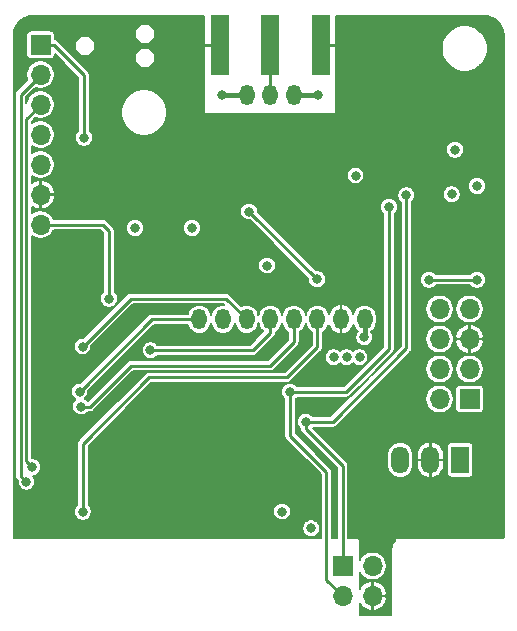
<source format=gbl>
G04 #@! TF.GenerationSoftware,KiCad,Pcbnew,(5.1.9-0-10_14)*
G04 #@! TF.CreationDate,2021-11-16T12:16:35+01:00*
G04 #@! TF.ProjectId,ithowifi_4l,6974686f-7769-4666-995f-346c2e6b6963,rev?*
G04 #@! TF.SameCoordinates,Original*
G04 #@! TF.FileFunction,Copper,L4,Bot*
G04 #@! TF.FilePolarity,Positive*
%FSLAX46Y46*%
G04 Gerber Fmt 4.6, Leading zero omitted, Abs format (unit mm)*
G04 Created by KiCad (PCBNEW (5.1.9-0-10_14)) date 2021-11-16 12:16:35*
%MOMM*%
%LPD*%
G01*
G04 APERTURE LIST*
G04 #@! TA.AperFunction,ComponentPad*
%ADD10C,1.500000*%
G04 #@! TD*
G04 #@! TA.AperFunction,SMDPad,CuDef*
%ADD11O,1.300000X1.750000*%
G04 #@! TD*
G04 #@! TA.AperFunction,ComponentPad*
%ADD12O,1.700000X1.700000*%
G04 #@! TD*
G04 #@! TA.AperFunction,ComponentPad*
%ADD13R,1.700000X1.700000*%
G04 #@! TD*
G04 #@! TA.AperFunction,SMDPad,CuDef*
%ADD14R,1.500000X5.080000*%
G04 #@! TD*
G04 #@! TA.AperFunction,ComponentPad*
%ADD15O,1.500000X2.300000*%
G04 #@! TD*
G04 #@! TA.AperFunction,ComponentPad*
%ADD16R,1.500000X2.300000*%
G04 #@! TD*
G04 #@! TA.AperFunction,ViaPad*
%ADD17C,0.800000*%
G04 #@! TD*
G04 #@! TA.AperFunction,Conductor*
%ADD18C,0.406400*%
G04 #@! TD*
G04 #@! TA.AperFunction,Conductor*
%ADD19C,0.250000*%
G04 #@! TD*
G04 #@! TA.AperFunction,Conductor*
%ADD20C,0.254000*%
G04 #@! TD*
G04 #@! TA.AperFunction,Conductor*
%ADD21C,0.293370*%
G04 #@! TD*
G04 #@! TA.AperFunction,Conductor*
%ADD22C,0.203200*%
G04 #@! TD*
G04 #@! TA.AperFunction,Conductor*
%ADD23C,0.100000*%
G04 #@! TD*
G04 APERTURE END LIST*
D10*
X105182180Y-109251460D03*
D11*
X107172000Y-112039000D03*
X105172000Y-112039000D03*
X103172000Y-112039000D03*
X99172000Y-131039000D03*
X101172000Y-131039000D03*
X103172000Y-131039000D03*
X105172000Y-131039000D03*
X107172000Y-131039000D03*
X109172000Y-131039000D03*
X111172000Y-131039000D03*
X113172000Y-131039000D03*
D12*
X113832000Y-154468000D03*
X111292000Y-154468000D03*
X113832000Y-151928000D03*
D13*
X111292000Y-151928000D03*
D12*
X85725000Y-123037600D03*
X85725000Y-120497600D03*
X85725000Y-117957600D03*
X85725000Y-115417600D03*
X85725000Y-112877600D03*
X85725000Y-110337600D03*
D13*
X85725000Y-107797600D03*
D14*
X100931400Y-107848400D03*
X109431400Y-107848400D03*
X105181400Y-107848400D03*
D15*
X116179600Y-142951200D03*
X118719600Y-142951200D03*
D16*
X121259600Y-142951200D03*
D13*
X122047000Y-137795000D03*
D12*
X119507000Y-137795000D03*
X122047000Y-135255000D03*
X119507000Y-135255000D03*
X122047000Y-132715000D03*
X119507000Y-132715000D03*
X122047000Y-130175000D03*
X119507000Y-130175000D03*
D17*
X95250000Y-139700000D03*
X98806000Y-139700000D03*
X97028000Y-139700000D03*
X98806000Y-142748000D03*
X97028000Y-142748000D03*
X95250000Y-142748000D03*
X95250000Y-141224000D03*
X98806000Y-141224000D03*
X97028000Y-141224000D03*
X99187000Y-105918000D03*
X99187000Y-107442000D03*
X99187000Y-109093000D03*
X101092000Y-112014000D03*
X109220000Y-112014000D03*
X101727000Y-132715000D03*
X89154000Y-148590000D03*
X106172000Y-148590000D03*
X99187000Y-110871000D03*
X99187000Y-112522000D03*
X99187000Y-114173000D03*
X111125000Y-105918000D03*
X111125000Y-107442000D03*
X111125000Y-109093000D03*
X111125000Y-110871000D03*
X111125000Y-114173000D03*
X111125000Y-112522000D03*
X105918000Y-114173000D03*
X109220000Y-114173000D03*
X102489000Y-114173000D03*
X104140000Y-114173000D03*
X100965000Y-114173000D03*
X107569000Y-114173000D03*
X102432000Y-138568000D03*
X112032000Y-139368000D03*
X111632000Y-124168000D03*
X112732000Y-124168000D03*
X110532000Y-124168000D03*
X86741000Y-128270000D03*
X122682000Y-127698500D03*
X118618000Y-127698500D03*
X106172000Y-147320000D03*
X122682000Y-119761000D03*
X108631500Y-148751000D03*
X120532000Y-120468000D03*
X120813090Y-116686900D03*
X111632000Y-134268000D03*
X112732000Y-134268000D03*
X110532000Y-134268000D03*
X113132002Y-132568000D03*
X112395000Y-118872000D03*
X98552000Y-123317000D03*
X93726000Y-123317000D03*
X104902000Y-126492000D03*
X89407998Y-115671600D03*
X85039200Y-143560804D03*
X84531209Y-144805391D03*
X89309400Y-147345400D03*
X95032000Y-133668000D03*
X89154000Y-138430000D03*
X89027000Y-137160002D03*
X89281000Y-133350000D03*
X106849400Y-137185400D03*
X115232000Y-121538998D03*
X116697000Y-120539000D03*
X108174600Y-139725400D03*
X109132000Y-127668006D03*
X103378008Y-121920000D03*
X91524600Y-129294600D03*
D18*
X110946800Y-131039000D02*
X110947200Y-131038600D01*
X101117000Y-112039000D02*
X101092000Y-112014000D01*
X102672000Y-112039000D02*
X101117000Y-112039000D01*
X109195000Y-112039000D02*
X109220000Y-112014000D01*
X107672000Y-112039000D02*
X109195000Y-112039000D01*
D19*
X99593400Y-107848400D02*
X99187000Y-107442000D01*
X100931400Y-107848400D02*
X99593400Y-107848400D01*
X109431400Y-107848400D02*
X109372400Y-107848400D01*
X110718600Y-107848400D02*
X111125000Y-107442000D01*
X109431400Y-107848400D02*
X110718600Y-107848400D01*
D20*
X122682000Y-127698500D02*
X118618000Y-127698500D01*
D18*
X113172000Y-131039000D02*
X113172000Y-132528002D01*
X113172000Y-132528002D02*
X113132002Y-132568000D01*
D20*
X89407998Y-110376598D02*
X89407998Y-115671600D01*
X86829000Y-107797600D02*
X89407998Y-110376598D01*
X85725000Y-107797600D02*
X86829000Y-107797600D01*
D19*
X85725000Y-112877600D02*
X84498611Y-114103989D01*
X84498611Y-114103989D02*
X84498611Y-143020215D01*
X84498611Y-143020215D02*
X85039200Y-143560804D01*
X84048600Y-144322782D02*
X84531209Y-144805391D01*
X85725000Y-110337600D02*
X84048600Y-112014000D01*
X84048600Y-112014000D02*
X84048600Y-144322782D01*
D20*
X89309400Y-141576600D02*
X89309400Y-147345400D01*
X94918000Y-135968000D02*
X89309400Y-141576600D01*
X106602000Y-135968000D02*
X94918000Y-135968000D01*
X109172000Y-133398000D02*
X106602000Y-135968000D01*
X109172000Y-131039000D02*
X109172000Y-133398000D01*
X105172000Y-132168000D02*
X103672000Y-133668000D01*
X105172000Y-131039000D02*
X105172000Y-132168000D01*
X103672000Y-133668000D02*
X95032000Y-133668000D01*
X107172000Y-131039000D02*
X107172000Y-132985000D01*
X107172000Y-132985000D02*
X105189000Y-134968000D01*
X105189000Y-134968000D02*
X93378000Y-134968000D01*
X93378000Y-134968000D02*
X89916000Y-138430000D01*
X89916000Y-138430000D02*
X89154000Y-138430000D01*
X99489000Y-131039000D02*
X99441000Y-131087000D01*
X99172000Y-131039000D02*
X95148002Y-131039000D01*
X95148002Y-131039000D02*
X89027000Y-137160002D01*
X93345000Y-129286000D02*
X89281000Y-133350000D01*
X103172000Y-131039000D02*
X101419000Y-129286000D01*
X101419000Y-129286000D02*
X93345000Y-129286000D01*
X106849400Y-140885400D02*
X106849400Y-137185400D01*
X109932000Y-153108000D02*
X109932000Y-143968000D01*
X109932000Y-143968000D02*
X106849400Y-140885400D01*
X111292000Y-154468000D02*
X109932000Y-153108000D01*
X115232000Y-133568000D02*
X115232000Y-121538998D01*
X106849400Y-137185400D02*
X111614600Y-137185400D01*
X111614600Y-137185400D02*
X115232000Y-133568000D01*
X111292000Y-151928000D02*
X111292000Y-143428000D01*
X108174600Y-140310600D02*
X108174600Y-139725400D01*
X111292000Y-143428000D02*
X108174600Y-140310600D01*
X110474600Y-139725400D02*
X108174600Y-139725400D01*
X116697000Y-133503000D02*
X110474600Y-139725400D01*
X116697000Y-120539000D02*
X116697000Y-133503000D01*
X109132000Y-127668006D02*
X103383994Y-121920000D01*
X103383994Y-121920000D02*
X103378008Y-121920000D01*
D19*
X91524600Y-123579600D02*
X91524600Y-129294600D01*
X85725000Y-123037600D02*
X90982600Y-123037600D01*
X90982600Y-123037600D02*
X91524600Y-123579600D01*
D21*
X105172000Y-107857800D02*
X105181400Y-107848400D01*
X105172000Y-112039000D02*
X105172000Y-107857800D01*
D22*
X99593400Y-113538000D02*
X99595352Y-113557821D01*
X99601134Y-113576881D01*
X99610523Y-113594446D01*
X99623158Y-113609842D01*
X99638554Y-113622477D01*
X99656119Y-113631866D01*
X99675179Y-113637648D01*
X99695000Y-113639600D01*
X110617000Y-113639600D01*
X110636821Y-113637648D01*
X110655881Y-113631866D01*
X110673446Y-113622477D01*
X110688842Y-113609842D01*
X110701477Y-113594446D01*
X110710866Y-113576881D01*
X110716648Y-113557821D01*
X110718600Y-113538000D01*
X110718600Y-107927390D01*
X119674400Y-107927390D01*
X119674400Y-108312610D01*
X119749553Y-108690427D01*
X119896970Y-109046324D01*
X120110987Y-109366622D01*
X120383378Y-109639013D01*
X120703676Y-109853030D01*
X121059573Y-110000447D01*
X121437390Y-110075600D01*
X121822610Y-110075600D01*
X122200427Y-110000447D01*
X122556324Y-109853030D01*
X122876622Y-109639013D01*
X123149013Y-109366622D01*
X123363030Y-109046324D01*
X123510447Y-108690427D01*
X123585600Y-108312610D01*
X123585600Y-107927390D01*
X123510447Y-107549573D01*
X123363030Y-107193676D01*
X123149013Y-106873378D01*
X122876622Y-106600987D01*
X122556324Y-106386970D01*
X122200427Y-106239553D01*
X121822610Y-106164400D01*
X121437390Y-106164400D01*
X121059573Y-106239553D01*
X120703676Y-106386970D01*
X120383378Y-106600987D01*
X120110987Y-106873378D01*
X119896970Y-107193676D01*
X119749553Y-107549573D01*
X119674400Y-107927390D01*
X110718600Y-107927390D01*
X110718600Y-105373600D01*
X123312165Y-105373600D01*
X123641308Y-105405873D01*
X123938841Y-105495703D01*
X124213253Y-105641612D01*
X124454097Y-105838041D01*
X124652203Y-106077508D01*
X124800026Y-106350901D01*
X124891929Y-106647793D01*
X124926400Y-106975759D01*
X124926401Y-149448158D01*
X124922695Y-149485957D01*
X124917480Y-149503228D01*
X124909006Y-149519166D01*
X124897606Y-149533144D01*
X124883695Y-149544652D01*
X124867829Y-149553231D01*
X124850590Y-149558567D01*
X124814122Y-149562400D01*
X116312079Y-149562400D01*
X116294786Y-149564103D01*
X116291750Y-149564082D01*
X116286113Y-149564634D01*
X116269310Y-149566400D01*
X115832000Y-149566400D01*
X115812179Y-149568352D01*
X115793119Y-149574134D01*
X115775554Y-149583523D01*
X115760158Y-149596158D01*
X115747523Y-149611554D01*
X115738134Y-149629119D01*
X115732352Y-149648179D01*
X115730400Y-149668000D01*
X115730400Y-149793463D01*
X115718675Y-149803163D01*
X115692783Y-149829238D01*
X115666510Y-149854966D01*
X115662900Y-149859329D01*
X115601224Y-149934950D01*
X115580887Y-149965560D01*
X115560108Y-149995907D01*
X115557414Y-150000888D01*
X115511602Y-150087049D01*
X115497585Y-150121059D01*
X115483114Y-150154822D01*
X115481439Y-150160232D01*
X115453234Y-150253650D01*
X115446094Y-150289709D01*
X115438450Y-150325673D01*
X115437858Y-150331305D01*
X115428336Y-150428422D01*
X115428336Y-150428432D01*
X115426401Y-150448079D01*
X115426400Y-155948168D01*
X115422695Y-155985957D01*
X115417480Y-156003228D01*
X115409006Y-156019166D01*
X115397606Y-156033144D01*
X115383695Y-156044652D01*
X115367829Y-156053231D01*
X115350590Y-156058567D01*
X115314122Y-156062400D01*
X112733600Y-156062400D01*
X112733600Y-155065585D01*
X112800829Y-155185795D01*
X112960677Y-155373174D01*
X113154010Y-155525768D01*
X113373398Y-155637712D01*
X113610409Y-155704705D01*
X113806600Y-155622544D01*
X113806600Y-154493400D01*
X113857400Y-154493400D01*
X113857400Y-155622544D01*
X114053591Y-155704705D01*
X114290602Y-155637712D01*
X114509990Y-155525768D01*
X114703323Y-155373174D01*
X114863171Y-155185795D01*
X114983392Y-154970831D01*
X115059366Y-154736544D01*
X115068704Y-154689591D01*
X114986521Y-154493400D01*
X113857400Y-154493400D01*
X113806600Y-154493400D01*
X113786600Y-154493400D01*
X113786600Y-154442600D01*
X113806600Y-154442600D01*
X113806600Y-153313456D01*
X113857400Y-153313456D01*
X113857400Y-154442600D01*
X114986521Y-154442600D01*
X115068704Y-154246409D01*
X115059366Y-154199456D01*
X114983392Y-153965169D01*
X114863171Y-153750205D01*
X114703323Y-153562826D01*
X114509990Y-153410232D01*
X114290602Y-153298288D01*
X114053591Y-153231295D01*
X113857400Y-153313456D01*
X113806600Y-153313456D01*
X113610409Y-153231295D01*
X113373398Y-153298288D01*
X113154010Y-153410232D01*
X112960677Y-153562826D01*
X112800829Y-153750205D01*
X112733600Y-153870415D01*
X112733600Y-152426612D01*
X112763611Y-152499066D01*
X112895550Y-152696525D01*
X113063475Y-152864450D01*
X113260934Y-152996389D01*
X113480340Y-153087269D01*
X113713259Y-153133600D01*
X113950741Y-153133600D01*
X114183660Y-153087269D01*
X114403066Y-152996389D01*
X114600525Y-152864450D01*
X114768450Y-152696525D01*
X114900389Y-152499066D01*
X114991269Y-152279660D01*
X115037600Y-152046741D01*
X115037600Y-151809259D01*
X114991269Y-151576340D01*
X114900389Y-151356934D01*
X114768450Y-151159475D01*
X114600525Y-150991550D01*
X114403066Y-150859611D01*
X114183660Y-150768731D01*
X113950741Y-150722400D01*
X113713259Y-150722400D01*
X113480340Y-150768731D01*
X113260934Y-150859611D01*
X113063475Y-150991550D01*
X112895550Y-151159475D01*
X112763611Y-151356934D01*
X112733600Y-151429388D01*
X112733600Y-149668000D01*
X112731648Y-149648179D01*
X112725866Y-149629119D01*
X112716477Y-149611554D01*
X112703842Y-149596158D01*
X112688446Y-149583523D01*
X112670881Y-149574134D01*
X112651821Y-149568352D01*
X112632000Y-149566400D01*
X111774600Y-149566400D01*
X111774600Y-143451696D01*
X111776934Y-143427999D01*
X111774600Y-143404302D01*
X111774600Y-143404293D01*
X111767617Y-143333394D01*
X111740022Y-143242423D01*
X111695209Y-143158585D01*
X111634901Y-143085099D01*
X111616482Y-143069983D01*
X111043391Y-142496892D01*
X115074000Y-142496892D01*
X115074000Y-143405507D01*
X115089998Y-143567934D01*
X115153217Y-143776341D01*
X115255880Y-143968410D01*
X115394040Y-144136760D01*
X115562390Y-144274920D01*
X115754458Y-144377583D01*
X115962865Y-144440802D01*
X116179600Y-144462149D01*
X116396334Y-144440802D01*
X116604741Y-144377583D01*
X116796810Y-144274920D01*
X116965160Y-144136760D01*
X117103320Y-143968410D01*
X117205983Y-143776342D01*
X117269202Y-143567935D01*
X117285200Y-143405508D01*
X117285200Y-142976600D01*
X117563200Y-142976600D01*
X117563200Y-143376600D01*
X117590375Y-143601714D01*
X117660946Y-143817201D01*
X117772200Y-144014780D01*
X117919862Y-144186858D01*
X118098258Y-144326822D01*
X118300531Y-144429294D01*
X118513656Y-144489114D01*
X118694200Y-144405694D01*
X118694200Y-142976600D01*
X118745000Y-142976600D01*
X118745000Y-144405694D01*
X118925544Y-144489114D01*
X119138669Y-144429294D01*
X119340942Y-144326822D01*
X119519338Y-144186858D01*
X119667000Y-144014780D01*
X119778254Y-143817201D01*
X119848825Y-143601714D01*
X119876000Y-143376600D01*
X119876000Y-142976600D01*
X118745000Y-142976600D01*
X118694200Y-142976600D01*
X117563200Y-142976600D01*
X117285200Y-142976600D01*
X117285200Y-142525800D01*
X117563200Y-142525800D01*
X117563200Y-142925800D01*
X118694200Y-142925800D01*
X118694200Y-141496706D01*
X118745000Y-141496706D01*
X118745000Y-142925800D01*
X119876000Y-142925800D01*
X119876000Y-142525800D01*
X119848825Y-142300686D01*
X119778254Y-142085199D01*
X119667000Y-141887620D01*
X119592843Y-141801200D01*
X120152280Y-141801200D01*
X120152280Y-144101200D01*
X120159146Y-144170910D01*
X120179479Y-144237940D01*
X120212499Y-144299716D01*
X120256937Y-144353863D01*
X120311084Y-144398301D01*
X120372860Y-144431321D01*
X120439890Y-144451654D01*
X120509600Y-144458520D01*
X122009600Y-144458520D01*
X122079310Y-144451654D01*
X122146340Y-144431321D01*
X122208116Y-144398301D01*
X122262263Y-144353863D01*
X122306701Y-144299716D01*
X122339721Y-144237940D01*
X122360054Y-144170910D01*
X122366920Y-144101200D01*
X122366920Y-141801200D01*
X122360054Y-141731490D01*
X122339721Y-141664460D01*
X122306701Y-141602684D01*
X122262263Y-141548537D01*
X122208116Y-141504099D01*
X122146340Y-141471079D01*
X122079310Y-141450746D01*
X122009600Y-141443880D01*
X120509600Y-141443880D01*
X120439890Y-141450746D01*
X120372860Y-141471079D01*
X120311084Y-141504099D01*
X120256937Y-141548537D01*
X120212499Y-141602684D01*
X120179479Y-141664460D01*
X120159146Y-141731490D01*
X120152280Y-141801200D01*
X119592843Y-141801200D01*
X119519338Y-141715542D01*
X119340942Y-141575578D01*
X119138669Y-141473106D01*
X118925544Y-141413286D01*
X118745000Y-141496706D01*
X118694200Y-141496706D01*
X118513656Y-141413286D01*
X118300531Y-141473106D01*
X118098258Y-141575578D01*
X117919862Y-141715542D01*
X117772200Y-141887620D01*
X117660946Y-142085199D01*
X117590375Y-142300686D01*
X117563200Y-142525800D01*
X117285200Y-142525800D01*
X117285200Y-142496893D01*
X117269202Y-142334466D01*
X117205983Y-142126058D01*
X117103320Y-141933990D01*
X116965160Y-141765640D01*
X116796810Y-141627480D01*
X116604742Y-141524817D01*
X116396335Y-141461598D01*
X116179600Y-141440251D01*
X115962866Y-141461598D01*
X115754459Y-141524817D01*
X115562391Y-141627480D01*
X115394041Y-141765640D01*
X115255881Y-141933990D01*
X115153218Y-142126058D01*
X115089998Y-142334465D01*
X115074000Y-142496892D01*
X111043391Y-142496892D01*
X108757540Y-140211041D01*
X108760580Y-140208000D01*
X110450895Y-140208000D01*
X110474600Y-140210335D01*
X110498305Y-140208000D01*
X110498307Y-140208000D01*
X110569206Y-140201017D01*
X110660177Y-140173422D01*
X110744015Y-140128609D01*
X110817501Y-140068301D01*
X110832617Y-140049882D01*
X113206240Y-137676259D01*
X118301400Y-137676259D01*
X118301400Y-137913741D01*
X118347731Y-138146660D01*
X118438611Y-138366066D01*
X118570550Y-138563525D01*
X118738475Y-138731450D01*
X118935934Y-138863389D01*
X119155340Y-138954269D01*
X119388259Y-139000600D01*
X119625741Y-139000600D01*
X119858660Y-138954269D01*
X120078066Y-138863389D01*
X120275525Y-138731450D01*
X120443450Y-138563525D01*
X120575389Y-138366066D01*
X120666269Y-138146660D01*
X120712600Y-137913741D01*
X120712600Y-137676259D01*
X120666269Y-137443340D01*
X120575389Y-137223934D01*
X120443450Y-137026475D01*
X120361975Y-136945000D01*
X120839680Y-136945000D01*
X120839680Y-138645000D01*
X120846546Y-138714710D01*
X120866879Y-138781740D01*
X120899899Y-138843516D01*
X120944337Y-138897663D01*
X120998484Y-138942101D01*
X121060260Y-138975121D01*
X121127290Y-138995454D01*
X121197000Y-139002320D01*
X122897000Y-139002320D01*
X122966710Y-138995454D01*
X123033740Y-138975121D01*
X123095516Y-138942101D01*
X123149663Y-138897663D01*
X123194101Y-138843516D01*
X123227121Y-138781740D01*
X123247454Y-138714710D01*
X123254320Y-138645000D01*
X123254320Y-136945000D01*
X123247454Y-136875290D01*
X123227121Y-136808260D01*
X123194101Y-136746484D01*
X123149663Y-136692337D01*
X123095516Y-136647899D01*
X123033740Y-136614879D01*
X122966710Y-136594546D01*
X122897000Y-136587680D01*
X121197000Y-136587680D01*
X121127290Y-136594546D01*
X121060260Y-136614879D01*
X120998484Y-136647899D01*
X120944337Y-136692337D01*
X120899899Y-136746484D01*
X120866879Y-136808260D01*
X120846546Y-136875290D01*
X120839680Y-136945000D01*
X120361975Y-136945000D01*
X120275525Y-136858550D01*
X120078066Y-136726611D01*
X119858660Y-136635731D01*
X119625741Y-136589400D01*
X119388259Y-136589400D01*
X119155340Y-136635731D01*
X118935934Y-136726611D01*
X118738475Y-136858550D01*
X118570550Y-137026475D01*
X118438611Y-137223934D01*
X118347731Y-137443340D01*
X118301400Y-137676259D01*
X113206240Y-137676259D01*
X115746240Y-135136259D01*
X118301400Y-135136259D01*
X118301400Y-135373741D01*
X118347731Y-135606660D01*
X118438611Y-135826066D01*
X118570550Y-136023525D01*
X118738475Y-136191450D01*
X118935934Y-136323389D01*
X119155340Y-136414269D01*
X119388259Y-136460600D01*
X119625741Y-136460600D01*
X119858660Y-136414269D01*
X120078066Y-136323389D01*
X120275525Y-136191450D01*
X120443450Y-136023525D01*
X120575389Y-135826066D01*
X120666269Y-135606660D01*
X120712600Y-135373741D01*
X120712600Y-135136259D01*
X120841400Y-135136259D01*
X120841400Y-135373741D01*
X120887731Y-135606660D01*
X120978611Y-135826066D01*
X121110550Y-136023525D01*
X121278475Y-136191450D01*
X121475934Y-136323389D01*
X121695340Y-136414269D01*
X121928259Y-136460600D01*
X122165741Y-136460600D01*
X122398660Y-136414269D01*
X122618066Y-136323389D01*
X122815525Y-136191450D01*
X122983450Y-136023525D01*
X123115389Y-135826066D01*
X123206269Y-135606660D01*
X123252600Y-135373741D01*
X123252600Y-135136259D01*
X123206269Y-134903340D01*
X123115389Y-134683934D01*
X122983450Y-134486475D01*
X122815525Y-134318550D01*
X122618066Y-134186611D01*
X122398660Y-134095731D01*
X122165741Y-134049400D01*
X121928259Y-134049400D01*
X121695340Y-134095731D01*
X121475934Y-134186611D01*
X121278475Y-134318550D01*
X121110550Y-134486475D01*
X120978611Y-134683934D01*
X120887731Y-134903340D01*
X120841400Y-135136259D01*
X120712600Y-135136259D01*
X120666269Y-134903340D01*
X120575389Y-134683934D01*
X120443450Y-134486475D01*
X120275525Y-134318550D01*
X120078066Y-134186611D01*
X119858660Y-134095731D01*
X119625741Y-134049400D01*
X119388259Y-134049400D01*
X119155340Y-134095731D01*
X118935934Y-134186611D01*
X118738475Y-134318550D01*
X118570550Y-134486475D01*
X118438611Y-134683934D01*
X118347731Y-134903340D01*
X118301400Y-135136259D01*
X115746240Y-135136259D01*
X117021482Y-133861017D01*
X117039901Y-133845901D01*
X117100209Y-133772415D01*
X117145022Y-133688577D01*
X117172617Y-133597606D01*
X117179600Y-133526707D01*
X117179600Y-133526698D01*
X117181934Y-133503001D01*
X117179600Y-133479304D01*
X117179600Y-132596259D01*
X118301400Y-132596259D01*
X118301400Y-132833741D01*
X118347731Y-133066660D01*
X118438611Y-133286066D01*
X118570550Y-133483525D01*
X118738475Y-133651450D01*
X118935934Y-133783389D01*
X119155340Y-133874269D01*
X119388259Y-133920600D01*
X119625741Y-133920600D01*
X119858660Y-133874269D01*
X120078066Y-133783389D01*
X120275525Y-133651450D01*
X120443450Y-133483525D01*
X120575389Y-133286066D01*
X120666269Y-133066660D01*
X120692141Y-132936591D01*
X120810296Y-132936591D01*
X120819634Y-132983544D01*
X120895608Y-133217831D01*
X121015829Y-133432795D01*
X121175677Y-133620174D01*
X121369010Y-133772768D01*
X121588398Y-133884712D01*
X121825409Y-133951705D01*
X122021600Y-133869544D01*
X122021600Y-132740400D01*
X122072400Y-132740400D01*
X122072400Y-133869544D01*
X122268591Y-133951705D01*
X122505602Y-133884712D01*
X122724990Y-133772768D01*
X122918323Y-133620174D01*
X123078171Y-133432795D01*
X123198392Y-133217831D01*
X123274366Y-132983544D01*
X123283704Y-132936591D01*
X123201521Y-132740400D01*
X122072400Y-132740400D01*
X122021600Y-132740400D01*
X120892479Y-132740400D01*
X120810296Y-132936591D01*
X120692141Y-132936591D01*
X120712600Y-132833741D01*
X120712600Y-132596259D01*
X120692142Y-132493409D01*
X120810296Y-132493409D01*
X120892479Y-132689600D01*
X122021600Y-132689600D01*
X122021600Y-131560456D01*
X122072400Y-131560456D01*
X122072400Y-132689600D01*
X123201521Y-132689600D01*
X123283704Y-132493409D01*
X123274366Y-132446456D01*
X123198392Y-132212169D01*
X123078171Y-131997205D01*
X122918323Y-131809826D01*
X122724990Y-131657232D01*
X122505602Y-131545288D01*
X122268591Y-131478295D01*
X122072400Y-131560456D01*
X122021600Y-131560456D01*
X121825409Y-131478295D01*
X121588398Y-131545288D01*
X121369010Y-131657232D01*
X121175677Y-131809826D01*
X121015829Y-131997205D01*
X120895608Y-132212169D01*
X120819634Y-132446456D01*
X120810296Y-132493409D01*
X120692142Y-132493409D01*
X120666269Y-132363340D01*
X120575389Y-132143934D01*
X120443450Y-131946475D01*
X120275525Y-131778550D01*
X120078066Y-131646611D01*
X119858660Y-131555731D01*
X119625741Y-131509400D01*
X119388259Y-131509400D01*
X119155340Y-131555731D01*
X118935934Y-131646611D01*
X118738475Y-131778550D01*
X118570550Y-131946475D01*
X118438611Y-132143934D01*
X118347731Y-132363340D01*
X118301400Y-132596259D01*
X117179600Y-132596259D01*
X117179600Y-130056259D01*
X118301400Y-130056259D01*
X118301400Y-130293741D01*
X118347731Y-130526660D01*
X118438611Y-130746066D01*
X118570550Y-130943525D01*
X118738475Y-131111450D01*
X118935934Y-131243389D01*
X119155340Y-131334269D01*
X119388259Y-131380600D01*
X119625741Y-131380600D01*
X119858660Y-131334269D01*
X120078066Y-131243389D01*
X120275525Y-131111450D01*
X120443450Y-130943525D01*
X120575389Y-130746066D01*
X120666269Y-130526660D01*
X120712600Y-130293741D01*
X120712600Y-130056259D01*
X120841400Y-130056259D01*
X120841400Y-130293741D01*
X120887731Y-130526660D01*
X120978611Y-130746066D01*
X121110550Y-130943525D01*
X121278475Y-131111450D01*
X121475934Y-131243389D01*
X121695340Y-131334269D01*
X121928259Y-131380600D01*
X122165741Y-131380600D01*
X122398660Y-131334269D01*
X122618066Y-131243389D01*
X122815525Y-131111450D01*
X122983450Y-130943525D01*
X123115389Y-130746066D01*
X123206269Y-130526660D01*
X123252600Y-130293741D01*
X123252600Y-130056259D01*
X123206269Y-129823340D01*
X123115389Y-129603934D01*
X122983450Y-129406475D01*
X122815525Y-129238550D01*
X122618066Y-129106611D01*
X122398660Y-129015731D01*
X122165741Y-128969400D01*
X121928259Y-128969400D01*
X121695340Y-129015731D01*
X121475934Y-129106611D01*
X121278475Y-129238550D01*
X121110550Y-129406475D01*
X120978611Y-129603934D01*
X120887731Y-129823340D01*
X120841400Y-130056259D01*
X120712600Y-130056259D01*
X120666269Y-129823340D01*
X120575389Y-129603934D01*
X120443450Y-129406475D01*
X120275525Y-129238550D01*
X120078066Y-129106611D01*
X119858660Y-129015731D01*
X119625741Y-128969400D01*
X119388259Y-128969400D01*
X119155340Y-129015731D01*
X118935934Y-129106611D01*
X118738475Y-129238550D01*
X118570550Y-129406475D01*
X118438611Y-129603934D01*
X118347731Y-129823340D01*
X118301400Y-130056259D01*
X117179600Y-130056259D01*
X117179600Y-127624080D01*
X117862400Y-127624080D01*
X117862400Y-127772920D01*
X117891437Y-127918900D01*
X117948396Y-128056411D01*
X118031087Y-128180167D01*
X118136333Y-128285413D01*
X118260089Y-128368104D01*
X118397600Y-128425063D01*
X118543580Y-128454100D01*
X118692420Y-128454100D01*
X118838400Y-128425063D01*
X118975911Y-128368104D01*
X119099667Y-128285413D01*
X119203980Y-128181100D01*
X122096020Y-128181100D01*
X122200333Y-128285413D01*
X122324089Y-128368104D01*
X122461600Y-128425063D01*
X122607580Y-128454100D01*
X122756420Y-128454100D01*
X122902400Y-128425063D01*
X123039911Y-128368104D01*
X123163667Y-128285413D01*
X123268913Y-128180167D01*
X123351604Y-128056411D01*
X123408563Y-127918900D01*
X123437600Y-127772920D01*
X123437600Y-127624080D01*
X123408563Y-127478100D01*
X123351604Y-127340589D01*
X123268913Y-127216833D01*
X123163667Y-127111587D01*
X123039911Y-127028896D01*
X122902400Y-126971937D01*
X122756420Y-126942900D01*
X122607580Y-126942900D01*
X122461600Y-126971937D01*
X122324089Y-127028896D01*
X122200333Y-127111587D01*
X122096020Y-127215900D01*
X119203980Y-127215900D01*
X119099667Y-127111587D01*
X118975911Y-127028896D01*
X118838400Y-126971937D01*
X118692420Y-126942900D01*
X118543580Y-126942900D01*
X118397600Y-126971937D01*
X118260089Y-127028896D01*
X118136333Y-127111587D01*
X118031087Y-127216833D01*
X117948396Y-127340589D01*
X117891437Y-127478100D01*
X117862400Y-127624080D01*
X117179600Y-127624080D01*
X117179600Y-121124980D01*
X117283913Y-121020667D01*
X117366604Y-120896911D01*
X117423563Y-120759400D01*
X117452600Y-120613420D01*
X117452600Y-120464580D01*
X117438478Y-120393580D01*
X119776400Y-120393580D01*
X119776400Y-120542420D01*
X119805437Y-120688400D01*
X119862396Y-120825911D01*
X119945087Y-120949667D01*
X120050333Y-121054913D01*
X120174089Y-121137604D01*
X120311600Y-121194563D01*
X120457580Y-121223600D01*
X120606420Y-121223600D01*
X120752400Y-121194563D01*
X120889911Y-121137604D01*
X121013667Y-121054913D01*
X121118913Y-120949667D01*
X121201604Y-120825911D01*
X121258563Y-120688400D01*
X121287600Y-120542420D01*
X121287600Y-120393580D01*
X121258563Y-120247600D01*
X121201604Y-120110089D01*
X121118913Y-119986333D01*
X121013667Y-119881087D01*
X120889911Y-119798396D01*
X120752400Y-119741437D01*
X120606420Y-119712400D01*
X120457580Y-119712400D01*
X120311600Y-119741437D01*
X120174089Y-119798396D01*
X120050333Y-119881087D01*
X119945087Y-119986333D01*
X119862396Y-120110089D01*
X119805437Y-120247600D01*
X119776400Y-120393580D01*
X117438478Y-120393580D01*
X117423563Y-120318600D01*
X117366604Y-120181089D01*
X117283913Y-120057333D01*
X117178667Y-119952087D01*
X117054911Y-119869396D01*
X116917400Y-119812437D01*
X116771420Y-119783400D01*
X116622580Y-119783400D01*
X116476600Y-119812437D01*
X116339089Y-119869396D01*
X116215333Y-119952087D01*
X116110087Y-120057333D01*
X116027396Y-120181089D01*
X115970437Y-120318600D01*
X115941400Y-120464580D01*
X115941400Y-120613420D01*
X115970437Y-120759400D01*
X116027396Y-120896911D01*
X116110087Y-121020667D01*
X116214400Y-121124980D01*
X116214401Y-133303100D01*
X110274701Y-139242800D01*
X108760580Y-139242800D01*
X108656267Y-139138487D01*
X108532511Y-139055796D01*
X108395000Y-138998837D01*
X108249020Y-138969800D01*
X108100180Y-138969800D01*
X107954200Y-138998837D01*
X107816689Y-139055796D01*
X107692933Y-139138487D01*
X107587687Y-139243733D01*
X107504996Y-139367489D01*
X107448037Y-139505000D01*
X107419000Y-139650980D01*
X107419000Y-139799820D01*
X107448037Y-139945800D01*
X107504996Y-140083311D01*
X107587687Y-140207067D01*
X107689804Y-140309184D01*
X107689665Y-140310600D01*
X107692000Y-140334305D01*
X107692000Y-140334306D01*
X107698983Y-140405205D01*
X107726578Y-140496176D01*
X107771391Y-140580015D01*
X107831699Y-140653501D01*
X107850118Y-140668617D01*
X110809401Y-143627900D01*
X110809400Y-149566400D01*
X110414600Y-149566400D01*
X110414600Y-143991707D01*
X110416935Y-143968000D01*
X110407617Y-143873393D01*
X110380022Y-143782423D01*
X110335208Y-143698584D01*
X110290013Y-143643513D01*
X110290012Y-143643512D01*
X110274901Y-143625099D01*
X110256488Y-143609988D01*
X107332000Y-140685501D01*
X107332000Y-137771380D01*
X107435380Y-137668000D01*
X111590895Y-137668000D01*
X111614600Y-137670335D01*
X111638305Y-137668000D01*
X111638307Y-137668000D01*
X111709206Y-137661017D01*
X111800177Y-137633422D01*
X111884015Y-137588609D01*
X111957501Y-137528301D01*
X111972617Y-137509882D01*
X115556488Y-133926012D01*
X115574901Y-133910901D01*
X115635209Y-133837415D01*
X115680022Y-133753577D01*
X115707617Y-133662606D01*
X115714600Y-133591707D01*
X115714600Y-133591706D01*
X115716935Y-133568001D01*
X115714600Y-133544296D01*
X115714600Y-122124978D01*
X115818913Y-122020665D01*
X115901604Y-121896909D01*
X115958563Y-121759398D01*
X115987600Y-121613418D01*
X115987600Y-121464578D01*
X115958563Y-121318598D01*
X115901604Y-121181087D01*
X115818913Y-121057331D01*
X115713667Y-120952085D01*
X115589911Y-120869394D01*
X115452400Y-120812435D01*
X115306420Y-120783398D01*
X115157580Y-120783398D01*
X115011600Y-120812435D01*
X114874089Y-120869394D01*
X114750333Y-120952085D01*
X114645087Y-121057331D01*
X114562396Y-121181087D01*
X114505437Y-121318598D01*
X114476400Y-121464578D01*
X114476400Y-121613418D01*
X114505437Y-121759398D01*
X114562396Y-121896909D01*
X114645087Y-122020665D01*
X114749401Y-122124979D01*
X114749400Y-133368100D01*
X111414701Y-136702800D01*
X107435380Y-136702800D01*
X107331067Y-136598487D01*
X107207311Y-136515796D01*
X107069800Y-136458837D01*
X106923820Y-136429800D01*
X106774980Y-136429800D01*
X106629000Y-136458837D01*
X106491489Y-136515796D01*
X106367733Y-136598487D01*
X106262487Y-136703733D01*
X106179796Y-136827489D01*
X106122837Y-136965000D01*
X106093800Y-137110980D01*
X106093800Y-137259820D01*
X106122837Y-137405800D01*
X106179796Y-137543311D01*
X106262487Y-137667067D01*
X106366801Y-137771381D01*
X106366800Y-140861695D01*
X106364465Y-140885400D01*
X106366800Y-140909105D01*
X106366800Y-140909106D01*
X106373783Y-140980005D01*
X106401378Y-141070976D01*
X106446191Y-141154815D01*
X106506499Y-141228301D01*
X106524918Y-141243417D01*
X109449401Y-144167901D01*
X109449400Y-149566400D01*
X104692534Y-149566400D01*
X104651921Y-149562400D01*
X104632000Y-149560438D01*
X104612079Y-149562400D01*
X87351921Y-149562400D01*
X87332000Y-149560438D01*
X87312079Y-149562400D01*
X87271466Y-149566400D01*
X83437600Y-149566400D01*
X83437600Y-148676580D01*
X107875900Y-148676580D01*
X107875900Y-148825420D01*
X107904937Y-148971400D01*
X107961896Y-149108911D01*
X108044587Y-149232667D01*
X108149833Y-149337913D01*
X108273589Y-149420604D01*
X108411100Y-149477563D01*
X108557080Y-149506600D01*
X108705920Y-149506600D01*
X108851900Y-149477563D01*
X108989411Y-149420604D01*
X109113167Y-149337913D01*
X109218413Y-149232667D01*
X109301104Y-149108911D01*
X109358063Y-148971400D01*
X109387100Y-148825420D01*
X109387100Y-148676580D01*
X109358063Y-148530600D01*
X109301104Y-148393089D01*
X109218413Y-148269333D01*
X109113167Y-148164087D01*
X108989411Y-148081396D01*
X108851900Y-148024437D01*
X108705920Y-147995400D01*
X108557080Y-147995400D01*
X108411100Y-148024437D01*
X108273589Y-148081396D01*
X108149833Y-148164087D01*
X108044587Y-148269333D01*
X107961896Y-148393089D01*
X107904937Y-148530600D01*
X107875900Y-148676580D01*
X83437600Y-148676580D01*
X83437600Y-112014000D01*
X83565675Y-112014000D01*
X83568000Y-112037604D01*
X83568001Y-144299168D01*
X83565675Y-144322782D01*
X83570445Y-144371208D01*
X83574955Y-144416996D01*
X83583030Y-144443617D01*
X83602436Y-144507590D01*
X83647063Y-144591080D01*
X83647064Y-144591081D01*
X83707121Y-144664262D01*
X83725460Y-144679313D01*
X83775859Y-144729712D01*
X83775609Y-144730971D01*
X83775609Y-144879811D01*
X83804646Y-145025791D01*
X83861605Y-145163302D01*
X83944296Y-145287058D01*
X84049542Y-145392304D01*
X84173298Y-145474995D01*
X84310809Y-145531954D01*
X84456789Y-145560991D01*
X84605629Y-145560991D01*
X84751609Y-145531954D01*
X84889120Y-145474995D01*
X85012876Y-145392304D01*
X85118122Y-145287058D01*
X85200813Y-145163302D01*
X85257772Y-145025791D01*
X85286809Y-144879811D01*
X85286809Y-144730971D01*
X85257772Y-144584991D01*
X85200813Y-144447480D01*
X85118122Y-144323724D01*
X85110802Y-144316404D01*
X85113620Y-144316404D01*
X85259600Y-144287367D01*
X85397111Y-144230408D01*
X85520867Y-144147717D01*
X85626113Y-144042471D01*
X85708804Y-143918715D01*
X85765763Y-143781204D01*
X85794800Y-143635224D01*
X85794800Y-143486384D01*
X85765763Y-143340404D01*
X85708804Y-143202893D01*
X85626113Y-143079137D01*
X85520867Y-142973891D01*
X85397111Y-142891200D01*
X85259600Y-142834241D01*
X85113620Y-142805204D01*
X84979211Y-142805204D01*
X84979211Y-137085582D01*
X88271400Y-137085582D01*
X88271400Y-137234422D01*
X88300437Y-137380402D01*
X88357396Y-137517913D01*
X88440087Y-137641669D01*
X88545333Y-137746915D01*
X88669089Y-137829606D01*
X88683546Y-137835594D01*
X88672333Y-137843087D01*
X88567087Y-137948333D01*
X88484396Y-138072089D01*
X88427437Y-138209600D01*
X88398400Y-138355580D01*
X88398400Y-138504420D01*
X88427437Y-138650400D01*
X88484396Y-138787911D01*
X88567087Y-138911667D01*
X88672333Y-139016913D01*
X88796089Y-139099604D01*
X88933600Y-139156563D01*
X89079580Y-139185600D01*
X89228420Y-139185600D01*
X89374400Y-139156563D01*
X89511911Y-139099604D01*
X89635667Y-139016913D01*
X89739980Y-138912600D01*
X89892295Y-138912600D01*
X89916000Y-138914935D01*
X89939705Y-138912600D01*
X89939707Y-138912600D01*
X90010606Y-138905617D01*
X90101577Y-138878022D01*
X90185415Y-138833209D01*
X90258901Y-138772901D01*
X90274017Y-138754482D01*
X93577899Y-135450600D01*
X105165295Y-135450600D01*
X105189000Y-135452935D01*
X105212705Y-135450600D01*
X105212707Y-135450600D01*
X105283606Y-135443617D01*
X105374577Y-135416022D01*
X105458415Y-135371209D01*
X105531901Y-135310901D01*
X105547017Y-135292482D01*
X107496482Y-133343017D01*
X107514901Y-133327901D01*
X107575209Y-133254415D01*
X107620022Y-133170577D01*
X107647617Y-133079606D01*
X107654600Y-133008707D01*
X107654600Y-133008698D01*
X107656934Y-132985001D01*
X107654600Y-132961304D01*
X107654600Y-132146282D01*
X107733384Y-132104171D01*
X107886507Y-131978507D01*
X108012171Y-131825384D01*
X108105548Y-131650688D01*
X108163049Y-131461131D01*
X108172000Y-131370252D01*
X108180951Y-131461132D01*
X108238452Y-131650688D01*
X108331830Y-131825384D01*
X108457494Y-131978507D01*
X108610617Y-132104171D01*
X108689400Y-132146282D01*
X108689401Y-133198099D01*
X106402101Y-135485400D01*
X94941704Y-135485400D01*
X94917999Y-135483065D01*
X94894294Y-135485400D01*
X94894293Y-135485400D01*
X94823394Y-135492383D01*
X94732423Y-135519978D01*
X94648585Y-135564791D01*
X94575099Y-135625099D01*
X94559983Y-135643518D01*
X88984918Y-141218583D01*
X88966499Y-141233699D01*
X88906191Y-141307185D01*
X88861378Y-141391024D01*
X88833783Y-141481995D01*
X88827229Y-141548537D01*
X88824465Y-141576600D01*
X88826800Y-141600305D01*
X88826801Y-146759419D01*
X88722487Y-146863733D01*
X88639796Y-146987489D01*
X88582837Y-147125000D01*
X88553800Y-147270980D01*
X88553800Y-147419820D01*
X88582837Y-147565800D01*
X88639796Y-147703311D01*
X88722487Y-147827067D01*
X88827733Y-147932313D01*
X88951489Y-148015004D01*
X89089000Y-148071963D01*
X89234980Y-148101000D01*
X89383820Y-148101000D01*
X89529800Y-148071963D01*
X89667311Y-148015004D01*
X89791067Y-147932313D01*
X89896313Y-147827067D01*
X89979004Y-147703311D01*
X90035963Y-147565800D01*
X90065000Y-147419820D01*
X90065000Y-147270980D01*
X90059948Y-147245580D01*
X105416400Y-147245580D01*
X105416400Y-147394420D01*
X105445437Y-147540400D01*
X105502396Y-147677911D01*
X105585087Y-147801667D01*
X105690333Y-147906913D01*
X105814089Y-147989604D01*
X105951600Y-148046563D01*
X106097580Y-148075600D01*
X106246420Y-148075600D01*
X106392400Y-148046563D01*
X106529911Y-147989604D01*
X106653667Y-147906913D01*
X106758913Y-147801667D01*
X106841604Y-147677911D01*
X106898563Y-147540400D01*
X106927600Y-147394420D01*
X106927600Y-147245580D01*
X106898563Y-147099600D01*
X106841604Y-146962089D01*
X106758913Y-146838333D01*
X106653667Y-146733087D01*
X106529911Y-146650396D01*
X106392400Y-146593437D01*
X106246420Y-146564400D01*
X106097580Y-146564400D01*
X105951600Y-146593437D01*
X105814089Y-146650396D01*
X105690333Y-146733087D01*
X105585087Y-146838333D01*
X105502396Y-146962089D01*
X105445437Y-147099600D01*
X105416400Y-147245580D01*
X90059948Y-147245580D01*
X90035963Y-147125000D01*
X89979004Y-146987489D01*
X89896313Y-146863733D01*
X89792000Y-146759420D01*
X89792000Y-141776499D01*
X95117899Y-136450600D01*
X106578295Y-136450600D01*
X106602000Y-136452935D01*
X106625705Y-136450600D01*
X106625707Y-136450600D01*
X106696606Y-136443617D01*
X106787577Y-136416022D01*
X106871415Y-136371209D01*
X106944901Y-136310901D01*
X106960017Y-136292482D01*
X109058919Y-134193580D01*
X109776400Y-134193580D01*
X109776400Y-134342420D01*
X109805437Y-134488400D01*
X109862396Y-134625911D01*
X109945087Y-134749667D01*
X110050333Y-134854913D01*
X110174089Y-134937604D01*
X110311600Y-134994563D01*
X110457580Y-135023600D01*
X110606420Y-135023600D01*
X110752400Y-134994563D01*
X110889911Y-134937604D01*
X111013667Y-134854913D01*
X111082000Y-134786580D01*
X111150333Y-134854913D01*
X111274089Y-134937604D01*
X111411600Y-134994563D01*
X111557580Y-135023600D01*
X111706420Y-135023600D01*
X111852400Y-134994563D01*
X111989911Y-134937604D01*
X112113667Y-134854913D01*
X112182000Y-134786580D01*
X112250333Y-134854913D01*
X112374089Y-134937604D01*
X112511600Y-134994563D01*
X112657580Y-135023600D01*
X112806420Y-135023600D01*
X112952400Y-134994563D01*
X113089911Y-134937604D01*
X113213667Y-134854913D01*
X113318913Y-134749667D01*
X113401604Y-134625911D01*
X113458563Y-134488400D01*
X113487600Y-134342420D01*
X113487600Y-134193580D01*
X113458563Y-134047600D01*
X113401604Y-133910089D01*
X113318913Y-133786333D01*
X113213667Y-133681087D01*
X113089911Y-133598396D01*
X112952400Y-133541437D01*
X112806420Y-133512400D01*
X112657580Y-133512400D01*
X112511600Y-133541437D01*
X112374089Y-133598396D01*
X112250333Y-133681087D01*
X112182000Y-133749420D01*
X112113667Y-133681087D01*
X111989911Y-133598396D01*
X111852400Y-133541437D01*
X111706420Y-133512400D01*
X111557580Y-133512400D01*
X111411600Y-133541437D01*
X111274089Y-133598396D01*
X111150333Y-133681087D01*
X111082000Y-133749420D01*
X111013667Y-133681087D01*
X110889911Y-133598396D01*
X110752400Y-133541437D01*
X110606420Y-133512400D01*
X110457580Y-133512400D01*
X110311600Y-133541437D01*
X110174089Y-133598396D01*
X110050333Y-133681087D01*
X109945087Y-133786333D01*
X109862396Y-133910089D01*
X109805437Y-134047600D01*
X109776400Y-134193580D01*
X109058919Y-134193580D01*
X109496488Y-133756012D01*
X109514901Y-133740901D01*
X109575209Y-133667415D01*
X109620022Y-133583577D01*
X109647617Y-133492606D01*
X109648512Y-133483525D01*
X109656935Y-133398000D01*
X109654600Y-133374293D01*
X109654600Y-132146282D01*
X109733384Y-132104171D01*
X109886507Y-131978507D01*
X110012171Y-131825384D01*
X110105548Y-131650688D01*
X110147063Y-131513831D01*
X110205734Y-131691733D01*
X110307747Y-131872023D01*
X110442973Y-132028947D01*
X110606215Y-132156475D01*
X110791200Y-132249706D01*
X110981703Y-132303119D01*
X111146600Y-132218462D01*
X111146600Y-131064400D01*
X111126600Y-131064400D01*
X111126600Y-131013600D01*
X111146600Y-131013600D01*
X111146600Y-129859538D01*
X111197400Y-129859538D01*
X111197400Y-131013600D01*
X111217400Y-131013600D01*
X111217400Y-131064400D01*
X111197400Y-131064400D01*
X111197400Y-132218462D01*
X111362297Y-132303119D01*
X111552800Y-132249706D01*
X111737785Y-132156475D01*
X111901027Y-132028947D01*
X112036253Y-131872023D01*
X112138266Y-131691733D01*
X112196937Y-131513831D01*
X112238452Y-131650688D01*
X112331830Y-131825384D01*
X112457494Y-131978507D01*
X112564828Y-132066594D01*
X112545089Y-132086333D01*
X112462398Y-132210089D01*
X112405439Y-132347600D01*
X112376402Y-132493580D01*
X112376402Y-132642420D01*
X112405439Y-132788400D01*
X112462398Y-132925911D01*
X112545089Y-133049667D01*
X112650335Y-133154913D01*
X112774091Y-133237604D01*
X112911602Y-133294563D01*
X113057582Y-133323600D01*
X113206422Y-133323600D01*
X113352402Y-133294563D01*
X113489913Y-133237604D01*
X113613669Y-133154913D01*
X113718915Y-133049667D01*
X113801606Y-132925911D01*
X113858565Y-132788400D01*
X113887602Y-132642420D01*
X113887602Y-132493580D01*
X113858565Y-132347600D01*
X113801606Y-132210089D01*
X113731505Y-132105175D01*
X113733384Y-132104171D01*
X113886507Y-131978507D01*
X114012171Y-131825384D01*
X114105548Y-131650688D01*
X114163049Y-131461131D01*
X114177600Y-131313394D01*
X114177600Y-130764605D01*
X114163049Y-130616868D01*
X114105548Y-130427312D01*
X114012171Y-130252616D01*
X113886507Y-130099493D01*
X113733384Y-129973829D01*
X113558687Y-129880452D01*
X113369131Y-129822951D01*
X113172000Y-129803535D01*
X112974868Y-129822951D01*
X112785312Y-129880452D01*
X112610616Y-129973829D01*
X112457493Y-130099493D01*
X112331829Y-130252616D01*
X112238452Y-130427313D01*
X112196937Y-130564169D01*
X112138266Y-130386267D01*
X112036253Y-130205977D01*
X111901027Y-130049053D01*
X111737785Y-129921525D01*
X111552800Y-129828294D01*
X111362297Y-129774881D01*
X111197400Y-129859538D01*
X111146600Y-129859538D01*
X110981703Y-129774881D01*
X110791200Y-129828294D01*
X110606215Y-129921525D01*
X110442973Y-130049053D01*
X110307747Y-130205977D01*
X110205734Y-130386267D01*
X110147063Y-130564169D01*
X110105548Y-130427312D01*
X110012171Y-130252616D01*
X109886507Y-130099493D01*
X109733384Y-129973829D01*
X109558687Y-129880452D01*
X109369131Y-129822951D01*
X109172000Y-129803535D01*
X108974868Y-129822951D01*
X108785312Y-129880452D01*
X108610616Y-129973829D01*
X108457493Y-130099493D01*
X108331829Y-130252616D01*
X108238452Y-130427313D01*
X108180951Y-130616869D01*
X108172000Y-130707748D01*
X108163049Y-130616868D01*
X108105548Y-130427312D01*
X108012171Y-130252616D01*
X107886507Y-130099493D01*
X107733384Y-129973829D01*
X107558687Y-129880452D01*
X107369131Y-129822951D01*
X107172000Y-129803535D01*
X106974868Y-129822951D01*
X106785312Y-129880452D01*
X106610616Y-129973829D01*
X106457493Y-130099493D01*
X106331829Y-130252616D01*
X106238452Y-130427313D01*
X106180951Y-130616869D01*
X106172000Y-130707748D01*
X106163049Y-130616868D01*
X106105548Y-130427312D01*
X106012171Y-130252616D01*
X105886507Y-130099493D01*
X105733384Y-129973829D01*
X105558687Y-129880452D01*
X105369131Y-129822951D01*
X105172000Y-129803535D01*
X104974868Y-129822951D01*
X104785312Y-129880452D01*
X104610616Y-129973829D01*
X104457493Y-130099493D01*
X104331829Y-130252616D01*
X104238452Y-130427313D01*
X104180951Y-130616869D01*
X104172000Y-130707748D01*
X104163049Y-130616868D01*
X104105548Y-130427312D01*
X104012171Y-130252616D01*
X103886507Y-130099493D01*
X103733384Y-129973829D01*
X103558687Y-129880452D01*
X103369131Y-129822951D01*
X103172000Y-129803535D01*
X102974868Y-129822951D01*
X102785312Y-129880452D01*
X102727078Y-129911579D01*
X101777017Y-128961518D01*
X101761901Y-128943099D01*
X101688415Y-128882791D01*
X101604577Y-128837978D01*
X101513606Y-128810383D01*
X101442707Y-128803400D01*
X101442705Y-128803400D01*
X101419000Y-128801065D01*
X101395295Y-128803400D01*
X93368707Y-128803400D01*
X93345000Y-128801065D01*
X93250393Y-128810383D01*
X93159423Y-128837978D01*
X93075585Y-128882791D01*
X93002099Y-128943099D01*
X92986988Y-128961512D01*
X89354101Y-132594400D01*
X89206580Y-132594400D01*
X89060600Y-132623437D01*
X88923089Y-132680396D01*
X88799333Y-132763087D01*
X88694087Y-132868333D01*
X88611396Y-132992089D01*
X88554437Y-133129600D01*
X88525400Y-133275580D01*
X88525400Y-133424420D01*
X88554437Y-133570400D01*
X88611396Y-133707911D01*
X88694087Y-133831667D01*
X88799333Y-133936913D01*
X88923089Y-134019604D01*
X89060600Y-134076563D01*
X89206580Y-134105600D01*
X89355420Y-134105600D01*
X89501400Y-134076563D01*
X89638911Y-134019604D01*
X89762667Y-133936913D01*
X89867913Y-133831667D01*
X89950604Y-133707911D01*
X90007563Y-133570400D01*
X90036600Y-133424420D01*
X90036600Y-133276899D01*
X93544900Y-129768600D01*
X101219101Y-129768600D01*
X101262999Y-129812498D01*
X101172000Y-129803535D01*
X100974868Y-129822951D01*
X100785312Y-129880452D01*
X100610616Y-129973829D01*
X100457493Y-130099493D01*
X100331829Y-130252616D01*
X100238452Y-130427313D01*
X100180951Y-130616869D01*
X100172000Y-130707748D01*
X100163049Y-130616868D01*
X100105548Y-130427312D01*
X100012171Y-130252616D01*
X99886507Y-130099493D01*
X99733384Y-129973829D01*
X99558687Y-129880452D01*
X99369131Y-129822951D01*
X99172000Y-129803535D01*
X98974868Y-129822951D01*
X98785312Y-129880452D01*
X98610616Y-129973829D01*
X98457493Y-130099493D01*
X98331829Y-130252616D01*
X98238452Y-130427313D01*
X98199294Y-130556400D01*
X95171706Y-130556400D01*
X95148001Y-130554065D01*
X95124296Y-130556400D01*
X95124295Y-130556400D01*
X95053396Y-130563383D01*
X94962425Y-130590978D01*
X94878587Y-130635791D01*
X94805101Y-130696099D01*
X94789990Y-130714512D01*
X89100101Y-136404402D01*
X88952580Y-136404402D01*
X88806600Y-136433439D01*
X88669089Y-136490398D01*
X88545333Y-136573089D01*
X88440087Y-136678335D01*
X88357396Y-136802091D01*
X88300437Y-136939602D01*
X88271400Y-137085582D01*
X84979211Y-137085582D01*
X84979211Y-123989242D01*
X85153934Y-124105989D01*
X85373340Y-124196869D01*
X85606259Y-124243200D01*
X85843741Y-124243200D01*
X86076660Y-124196869D01*
X86296066Y-124105989D01*
X86493525Y-123974050D01*
X86661450Y-123806125D01*
X86793389Y-123608666D01*
X86830861Y-123518200D01*
X90783530Y-123518200D01*
X91044000Y-123778671D01*
X91044001Y-128706973D01*
X91042933Y-128707687D01*
X90937687Y-128812933D01*
X90854996Y-128936689D01*
X90798037Y-129074200D01*
X90769000Y-129220180D01*
X90769000Y-129369020D01*
X90798037Y-129515000D01*
X90854996Y-129652511D01*
X90937687Y-129776267D01*
X91042933Y-129881513D01*
X91166689Y-129964204D01*
X91304200Y-130021163D01*
X91450180Y-130050200D01*
X91599020Y-130050200D01*
X91745000Y-130021163D01*
X91882511Y-129964204D01*
X92006267Y-129881513D01*
X92111513Y-129776267D01*
X92194204Y-129652511D01*
X92251163Y-129515000D01*
X92280200Y-129369020D01*
X92280200Y-129220180D01*
X92251163Y-129074200D01*
X92194204Y-128936689D01*
X92111513Y-128812933D01*
X92006267Y-128707687D01*
X92005200Y-128706974D01*
X92005200Y-126417580D01*
X104146400Y-126417580D01*
X104146400Y-126566420D01*
X104175437Y-126712400D01*
X104232396Y-126849911D01*
X104315087Y-126973667D01*
X104420333Y-127078913D01*
X104544089Y-127161604D01*
X104681600Y-127218563D01*
X104827580Y-127247600D01*
X104976420Y-127247600D01*
X105122400Y-127218563D01*
X105259911Y-127161604D01*
X105383667Y-127078913D01*
X105488913Y-126973667D01*
X105571604Y-126849911D01*
X105628563Y-126712400D01*
X105657600Y-126566420D01*
X105657600Y-126417580D01*
X105628563Y-126271600D01*
X105571604Y-126134089D01*
X105488913Y-126010333D01*
X105383667Y-125905087D01*
X105259911Y-125822396D01*
X105122400Y-125765437D01*
X104976420Y-125736400D01*
X104827580Y-125736400D01*
X104681600Y-125765437D01*
X104544089Y-125822396D01*
X104420333Y-125905087D01*
X104315087Y-126010333D01*
X104232396Y-126134089D01*
X104175437Y-126271600D01*
X104146400Y-126417580D01*
X92005200Y-126417580D01*
X92005200Y-123603204D01*
X92007525Y-123579600D01*
X92005200Y-123555993D01*
X91998246Y-123485386D01*
X91970765Y-123394793D01*
X91926137Y-123311301D01*
X91869741Y-123242580D01*
X92970400Y-123242580D01*
X92970400Y-123391420D01*
X92999437Y-123537400D01*
X93056396Y-123674911D01*
X93139087Y-123798667D01*
X93244333Y-123903913D01*
X93368089Y-123986604D01*
X93505600Y-124043563D01*
X93651580Y-124072600D01*
X93800420Y-124072600D01*
X93946400Y-124043563D01*
X94083911Y-123986604D01*
X94207667Y-123903913D01*
X94312913Y-123798667D01*
X94395604Y-123674911D01*
X94452563Y-123537400D01*
X94481600Y-123391420D01*
X94481600Y-123242580D01*
X97796400Y-123242580D01*
X97796400Y-123391420D01*
X97825437Y-123537400D01*
X97882396Y-123674911D01*
X97965087Y-123798667D01*
X98070333Y-123903913D01*
X98194089Y-123986604D01*
X98331600Y-124043563D01*
X98477580Y-124072600D01*
X98626420Y-124072600D01*
X98772400Y-124043563D01*
X98909911Y-123986604D01*
X99033667Y-123903913D01*
X99138913Y-123798667D01*
X99221604Y-123674911D01*
X99278563Y-123537400D01*
X99307600Y-123391420D01*
X99307600Y-123242580D01*
X99278563Y-123096600D01*
X99221604Y-122959089D01*
X99138913Y-122835333D01*
X99033667Y-122730087D01*
X98909911Y-122647396D01*
X98772400Y-122590437D01*
X98626420Y-122561400D01*
X98477580Y-122561400D01*
X98331600Y-122590437D01*
X98194089Y-122647396D01*
X98070333Y-122730087D01*
X97965087Y-122835333D01*
X97882396Y-122959089D01*
X97825437Y-123096600D01*
X97796400Y-123242580D01*
X94481600Y-123242580D01*
X94452563Y-123096600D01*
X94395604Y-122959089D01*
X94312913Y-122835333D01*
X94207667Y-122730087D01*
X94083911Y-122647396D01*
X93946400Y-122590437D01*
X93800420Y-122561400D01*
X93651580Y-122561400D01*
X93505600Y-122590437D01*
X93368089Y-122647396D01*
X93244333Y-122730087D01*
X93139087Y-122835333D01*
X93056396Y-122959089D01*
X92999437Y-123096600D01*
X92970400Y-123242580D01*
X91869741Y-123242580D01*
X91866080Y-123238120D01*
X91847740Y-123223069D01*
X91339135Y-122714465D01*
X91324080Y-122696120D01*
X91250899Y-122636063D01*
X91167407Y-122591435D01*
X91076814Y-122563954D01*
X91006207Y-122557000D01*
X91006204Y-122557000D01*
X90982600Y-122554675D01*
X90958996Y-122557000D01*
X86830861Y-122557000D01*
X86793389Y-122466534D01*
X86661450Y-122269075D01*
X86493525Y-122101150D01*
X86296066Y-121969211D01*
X86076660Y-121878331D01*
X85912012Y-121845580D01*
X102622408Y-121845580D01*
X102622408Y-121994420D01*
X102651445Y-122140400D01*
X102708404Y-122277911D01*
X102791095Y-122401667D01*
X102896341Y-122506913D01*
X103020097Y-122589604D01*
X103157608Y-122646563D01*
X103303588Y-122675600D01*
X103452428Y-122675600D01*
X103456321Y-122674826D01*
X108376400Y-127594906D01*
X108376400Y-127742426D01*
X108405437Y-127888406D01*
X108462396Y-128025917D01*
X108545087Y-128149673D01*
X108650333Y-128254919D01*
X108774089Y-128337610D01*
X108911600Y-128394569D01*
X109057580Y-128423606D01*
X109206420Y-128423606D01*
X109352400Y-128394569D01*
X109489911Y-128337610D01*
X109613667Y-128254919D01*
X109718913Y-128149673D01*
X109801604Y-128025917D01*
X109858563Y-127888406D01*
X109887600Y-127742426D01*
X109887600Y-127593586D01*
X109858563Y-127447606D01*
X109801604Y-127310095D01*
X109718913Y-127186339D01*
X109613667Y-127081093D01*
X109489911Y-126998402D01*
X109352400Y-126941443D01*
X109206420Y-126912406D01*
X109058900Y-126912406D01*
X104133608Y-121987115D01*
X104133608Y-121845580D01*
X104104571Y-121699600D01*
X104047612Y-121562089D01*
X103964921Y-121438333D01*
X103859675Y-121333087D01*
X103735919Y-121250396D01*
X103598408Y-121193437D01*
X103452428Y-121164400D01*
X103303588Y-121164400D01*
X103157608Y-121193437D01*
X103020097Y-121250396D01*
X102896341Y-121333087D01*
X102791095Y-121438333D01*
X102708404Y-121562089D01*
X102651445Y-121699600D01*
X102622408Y-121845580D01*
X85912012Y-121845580D01*
X85843741Y-121832000D01*
X85606259Y-121832000D01*
X85373340Y-121878331D01*
X85153934Y-121969211D01*
X84979211Y-122085958D01*
X84979211Y-121501856D01*
X85047010Y-121555368D01*
X85266398Y-121667312D01*
X85503409Y-121734305D01*
X85699600Y-121652144D01*
X85699600Y-120523000D01*
X85750400Y-120523000D01*
X85750400Y-121652144D01*
X85946591Y-121734305D01*
X86183602Y-121667312D01*
X86402990Y-121555368D01*
X86596323Y-121402774D01*
X86756171Y-121215395D01*
X86876392Y-121000431D01*
X86952366Y-120766144D01*
X86961704Y-120719191D01*
X86879521Y-120523000D01*
X85750400Y-120523000D01*
X85699600Y-120523000D01*
X85679600Y-120523000D01*
X85679600Y-120472200D01*
X85699600Y-120472200D01*
X85699600Y-119343056D01*
X85750400Y-119343056D01*
X85750400Y-120472200D01*
X86879521Y-120472200D01*
X86961704Y-120276009D01*
X86952366Y-120229056D01*
X86876392Y-119994769D01*
X86756171Y-119779805D01*
X86676644Y-119686580D01*
X121926400Y-119686580D01*
X121926400Y-119835420D01*
X121955437Y-119981400D01*
X122012396Y-120118911D01*
X122095087Y-120242667D01*
X122200333Y-120347913D01*
X122324089Y-120430604D01*
X122461600Y-120487563D01*
X122607580Y-120516600D01*
X122756420Y-120516600D01*
X122902400Y-120487563D01*
X123039911Y-120430604D01*
X123163667Y-120347913D01*
X123268913Y-120242667D01*
X123351604Y-120118911D01*
X123408563Y-119981400D01*
X123437600Y-119835420D01*
X123437600Y-119686580D01*
X123408563Y-119540600D01*
X123351604Y-119403089D01*
X123268913Y-119279333D01*
X123163667Y-119174087D01*
X123039911Y-119091396D01*
X122902400Y-119034437D01*
X122756420Y-119005400D01*
X122607580Y-119005400D01*
X122461600Y-119034437D01*
X122324089Y-119091396D01*
X122200333Y-119174087D01*
X122095087Y-119279333D01*
X122012396Y-119403089D01*
X121955437Y-119540600D01*
X121926400Y-119686580D01*
X86676644Y-119686580D01*
X86596323Y-119592426D01*
X86402990Y-119439832D01*
X86183602Y-119327888D01*
X85946591Y-119260895D01*
X85750400Y-119343056D01*
X85699600Y-119343056D01*
X85503409Y-119260895D01*
X85266398Y-119327888D01*
X85047010Y-119439832D01*
X84979211Y-119493344D01*
X84979211Y-118909242D01*
X85153934Y-119025989D01*
X85373340Y-119116869D01*
X85606259Y-119163200D01*
X85843741Y-119163200D01*
X86076660Y-119116869D01*
X86296066Y-119025989D01*
X86493525Y-118894050D01*
X86589995Y-118797580D01*
X111639400Y-118797580D01*
X111639400Y-118946420D01*
X111668437Y-119092400D01*
X111725396Y-119229911D01*
X111808087Y-119353667D01*
X111913333Y-119458913D01*
X112037089Y-119541604D01*
X112174600Y-119598563D01*
X112320580Y-119627600D01*
X112469420Y-119627600D01*
X112615400Y-119598563D01*
X112752911Y-119541604D01*
X112876667Y-119458913D01*
X112981913Y-119353667D01*
X113064604Y-119229911D01*
X113121563Y-119092400D01*
X113150600Y-118946420D01*
X113150600Y-118797580D01*
X113121563Y-118651600D01*
X113064604Y-118514089D01*
X112981913Y-118390333D01*
X112876667Y-118285087D01*
X112752911Y-118202396D01*
X112615400Y-118145437D01*
X112469420Y-118116400D01*
X112320580Y-118116400D01*
X112174600Y-118145437D01*
X112037089Y-118202396D01*
X111913333Y-118285087D01*
X111808087Y-118390333D01*
X111725396Y-118514089D01*
X111668437Y-118651600D01*
X111639400Y-118797580D01*
X86589995Y-118797580D01*
X86661450Y-118726125D01*
X86793389Y-118528666D01*
X86884269Y-118309260D01*
X86930600Y-118076341D01*
X86930600Y-117838859D01*
X86884269Y-117605940D01*
X86793389Y-117386534D01*
X86661450Y-117189075D01*
X86493525Y-117021150D01*
X86296066Y-116889211D01*
X86076660Y-116798331D01*
X85843741Y-116752000D01*
X85606259Y-116752000D01*
X85373340Y-116798331D01*
X85153934Y-116889211D01*
X84979211Y-117005958D01*
X84979211Y-116369242D01*
X85153934Y-116485989D01*
X85373340Y-116576869D01*
X85606259Y-116623200D01*
X85843741Y-116623200D01*
X85897633Y-116612480D01*
X120057490Y-116612480D01*
X120057490Y-116761320D01*
X120086527Y-116907300D01*
X120143486Y-117044811D01*
X120226177Y-117168567D01*
X120331423Y-117273813D01*
X120455179Y-117356504D01*
X120592690Y-117413463D01*
X120738670Y-117442500D01*
X120887510Y-117442500D01*
X121033490Y-117413463D01*
X121171001Y-117356504D01*
X121294757Y-117273813D01*
X121400003Y-117168567D01*
X121482694Y-117044811D01*
X121539653Y-116907300D01*
X121568690Y-116761320D01*
X121568690Y-116612480D01*
X121539653Y-116466500D01*
X121482694Y-116328989D01*
X121400003Y-116205233D01*
X121294757Y-116099987D01*
X121171001Y-116017296D01*
X121033490Y-115960337D01*
X120887510Y-115931300D01*
X120738670Y-115931300D01*
X120592690Y-115960337D01*
X120455179Y-116017296D01*
X120331423Y-116099987D01*
X120226177Y-116205233D01*
X120143486Y-116328989D01*
X120086527Y-116466500D01*
X120057490Y-116612480D01*
X85897633Y-116612480D01*
X86076660Y-116576869D01*
X86296066Y-116485989D01*
X86493525Y-116354050D01*
X86661450Y-116186125D01*
X86793389Y-115988666D01*
X86884269Y-115769260D01*
X86930600Y-115536341D01*
X86930600Y-115298859D01*
X86884269Y-115065940D01*
X86793389Y-114846534D01*
X86661450Y-114649075D01*
X86493525Y-114481150D01*
X86296066Y-114349211D01*
X86076660Y-114258331D01*
X85843741Y-114212000D01*
X85606259Y-114212000D01*
X85373340Y-114258331D01*
X85153934Y-114349211D01*
X84979211Y-114465958D01*
X84979211Y-114303059D01*
X85282873Y-113999397D01*
X85373340Y-114036869D01*
X85606259Y-114083200D01*
X85843741Y-114083200D01*
X86076660Y-114036869D01*
X86296066Y-113945989D01*
X86493525Y-113814050D01*
X86661450Y-113646125D01*
X86793389Y-113448666D01*
X86884269Y-113229260D01*
X86930600Y-112996341D01*
X86930600Y-112758859D01*
X86884269Y-112525940D01*
X86793389Y-112306534D01*
X86661450Y-112109075D01*
X86493525Y-111941150D01*
X86296066Y-111809211D01*
X86076660Y-111718331D01*
X85843741Y-111672000D01*
X85606259Y-111672000D01*
X85373340Y-111718331D01*
X85153934Y-111809211D01*
X84956475Y-111941150D01*
X84788550Y-112109075D01*
X84656611Y-112306534D01*
X84565731Y-112525940D01*
X84529200Y-112709592D01*
X84529200Y-112213070D01*
X85282874Y-111459397D01*
X85373340Y-111496869D01*
X85606259Y-111543200D01*
X85843741Y-111543200D01*
X86076660Y-111496869D01*
X86296066Y-111405989D01*
X86493525Y-111274050D01*
X86661450Y-111106125D01*
X86793389Y-110908666D01*
X86884269Y-110689260D01*
X86930600Y-110456341D01*
X86930600Y-110218859D01*
X86884269Y-109985940D01*
X86793389Y-109766534D01*
X86661450Y-109569075D01*
X86493525Y-109401150D01*
X86296066Y-109269211D01*
X86076660Y-109178331D01*
X85843741Y-109132000D01*
X85606259Y-109132000D01*
X85373340Y-109178331D01*
X85153934Y-109269211D01*
X84956475Y-109401150D01*
X84788550Y-109569075D01*
X84656611Y-109766534D01*
X84565731Y-109985940D01*
X84519400Y-110218859D01*
X84519400Y-110456341D01*
X84565731Y-110689260D01*
X84603203Y-110779726D01*
X83725465Y-111657465D01*
X83707120Y-111672520D01*
X83647063Y-111745701D01*
X83602435Y-111829194D01*
X83574954Y-111919787D01*
X83568000Y-111990393D01*
X83565675Y-112014000D01*
X83437600Y-112014000D01*
X83437600Y-106987835D01*
X83441545Y-106947600D01*
X84517680Y-106947600D01*
X84517680Y-108647600D01*
X84524546Y-108717310D01*
X84544879Y-108784340D01*
X84577899Y-108846116D01*
X84622337Y-108900263D01*
X84676484Y-108944701D01*
X84738260Y-108977721D01*
X84805290Y-108998054D01*
X84875000Y-109004920D01*
X86575000Y-109004920D01*
X86644710Y-108998054D01*
X86711740Y-108977721D01*
X86773516Y-108944701D01*
X86827663Y-108900263D01*
X86872101Y-108846116D01*
X86905121Y-108784340D01*
X86925454Y-108717310D01*
X86932320Y-108647600D01*
X86932320Y-108583419D01*
X88925398Y-110576498D01*
X88925399Y-115085619D01*
X88821085Y-115189933D01*
X88738394Y-115313689D01*
X88681435Y-115451200D01*
X88652398Y-115597180D01*
X88652398Y-115746020D01*
X88681435Y-115892000D01*
X88738394Y-116029511D01*
X88821085Y-116153267D01*
X88926331Y-116258513D01*
X89050087Y-116341204D01*
X89187598Y-116398163D01*
X89333578Y-116427200D01*
X89482418Y-116427200D01*
X89628398Y-116398163D01*
X89765909Y-116341204D01*
X89889665Y-116258513D01*
X89994911Y-116153267D01*
X90077602Y-116029511D01*
X90134561Y-115892000D01*
X90163598Y-115746020D01*
X90163598Y-115597180D01*
X90134561Y-115451200D01*
X90077602Y-115313689D01*
X89994911Y-115189933D01*
X89890598Y-115085620D01*
X89890598Y-113345390D01*
X92532400Y-113345390D01*
X92532400Y-113730610D01*
X92607553Y-114108427D01*
X92754970Y-114464324D01*
X92968987Y-114784622D01*
X93241378Y-115057013D01*
X93561676Y-115271030D01*
X93917573Y-115418447D01*
X94295390Y-115493600D01*
X94680610Y-115493600D01*
X95058427Y-115418447D01*
X95414324Y-115271030D01*
X95734622Y-115057013D01*
X96007013Y-114784622D01*
X96221030Y-114464324D01*
X96368447Y-114108427D01*
X96443600Y-113730610D01*
X96443600Y-113345390D01*
X96368447Y-112967573D01*
X96221030Y-112611676D01*
X96007013Y-112291378D01*
X95734622Y-112018987D01*
X95414324Y-111804970D01*
X95058427Y-111657553D01*
X94680610Y-111582400D01*
X94295390Y-111582400D01*
X93917573Y-111657553D01*
X93561676Y-111804970D01*
X93241378Y-112018987D01*
X92968987Y-112291378D01*
X92754970Y-112611676D01*
X92607553Y-112967573D01*
X92532400Y-113345390D01*
X89890598Y-113345390D01*
X89890598Y-110400305D01*
X89892933Y-110376598D01*
X89883615Y-110281991D01*
X89856020Y-110191021D01*
X89835586Y-110152792D01*
X89811207Y-110107183D01*
X89750899Y-110033697D01*
X89732486Y-110018586D01*
X88547494Y-108833594D01*
X93725100Y-108833594D01*
X93725100Y-109001206D01*
X93757800Y-109165598D01*
X93821942Y-109320452D01*
X93915063Y-109459817D01*
X94033583Y-109578337D01*
X94172948Y-109671458D01*
X94327802Y-109735600D01*
X94492194Y-109768300D01*
X94659806Y-109768300D01*
X94824198Y-109735600D01*
X94979052Y-109671458D01*
X95118417Y-109578337D01*
X95236937Y-109459817D01*
X95330058Y-109320452D01*
X95394200Y-109165598D01*
X95426900Y-109001206D01*
X95426900Y-108833594D01*
X95394200Y-108669202D01*
X95330058Y-108514348D01*
X95236937Y-108374983D01*
X95118417Y-108256463D01*
X94979052Y-108163342D01*
X94824198Y-108099200D01*
X94659806Y-108066500D01*
X94492194Y-108066500D01*
X94327802Y-108099200D01*
X94172948Y-108163342D01*
X94033583Y-108256463D01*
X93915063Y-108374983D01*
X93821942Y-108514348D01*
X93757800Y-108669202D01*
X93725100Y-108833594D01*
X88547494Y-108833594D01*
X87531494Y-107817594D01*
X88645100Y-107817594D01*
X88645100Y-107985206D01*
X88677800Y-108149598D01*
X88741942Y-108304452D01*
X88835063Y-108443817D01*
X88953583Y-108562337D01*
X89092948Y-108655458D01*
X89247802Y-108719600D01*
X89412194Y-108752300D01*
X89579806Y-108752300D01*
X89744198Y-108719600D01*
X89899052Y-108655458D01*
X90038417Y-108562337D01*
X90156937Y-108443817D01*
X90250058Y-108304452D01*
X90314200Y-108149598D01*
X90346900Y-107985206D01*
X90346900Y-107817594D01*
X90314200Y-107653202D01*
X90250058Y-107498348D01*
X90156937Y-107358983D01*
X90038417Y-107240463D01*
X89899052Y-107147342D01*
X89744198Y-107083200D01*
X89579806Y-107050500D01*
X89412194Y-107050500D01*
X89247802Y-107083200D01*
X89092948Y-107147342D01*
X88953583Y-107240463D01*
X88835063Y-107358983D01*
X88741942Y-107498348D01*
X88677800Y-107653202D01*
X88645100Y-107817594D01*
X87531494Y-107817594D01*
X87187017Y-107473118D01*
X87171901Y-107454699D01*
X87098415Y-107394391D01*
X87014577Y-107349578D01*
X86932320Y-107324626D01*
X86932320Y-106947600D01*
X86925454Y-106877890D01*
X86905121Y-106810860D01*
X86900169Y-106801594D01*
X93725100Y-106801594D01*
X93725100Y-106969206D01*
X93757800Y-107133598D01*
X93821942Y-107288452D01*
X93915063Y-107427817D01*
X94033583Y-107546337D01*
X94172948Y-107639458D01*
X94327802Y-107703600D01*
X94492194Y-107736300D01*
X94659806Y-107736300D01*
X94824198Y-107703600D01*
X94979052Y-107639458D01*
X95118417Y-107546337D01*
X95236937Y-107427817D01*
X95330058Y-107288452D01*
X95394200Y-107133598D01*
X95426900Y-106969206D01*
X95426900Y-106801594D01*
X95394200Y-106637202D01*
X95330058Y-106482348D01*
X95236937Y-106342983D01*
X95118417Y-106224463D01*
X94979052Y-106131342D01*
X94824198Y-106067200D01*
X94659806Y-106034500D01*
X94492194Y-106034500D01*
X94327802Y-106067200D01*
X94172948Y-106131342D01*
X94033583Y-106224463D01*
X93915063Y-106342983D01*
X93821942Y-106482348D01*
X93757800Y-106637202D01*
X93725100Y-106801594D01*
X86900169Y-106801594D01*
X86872101Y-106749084D01*
X86827663Y-106694937D01*
X86773516Y-106650499D01*
X86711740Y-106617479D01*
X86644710Y-106597146D01*
X86575000Y-106590280D01*
X84875000Y-106590280D01*
X84805290Y-106597146D01*
X84738260Y-106617479D01*
X84676484Y-106650499D01*
X84622337Y-106694937D01*
X84577899Y-106749084D01*
X84544879Y-106810860D01*
X84524546Y-106877890D01*
X84517680Y-106947600D01*
X83441545Y-106947600D01*
X83469873Y-106658692D01*
X83559703Y-106361159D01*
X83705612Y-106086747D01*
X83902041Y-105845903D01*
X84141508Y-105647797D01*
X84414901Y-105499974D01*
X84711793Y-105408071D01*
X85039759Y-105373600D01*
X99593400Y-105373600D01*
X99593400Y-113538000D01*
G04 #@! TA.AperFunction,Conductor*
D23*
G36*
X99593400Y-113538000D02*
G01*
X99595352Y-113557821D01*
X99601134Y-113576881D01*
X99610523Y-113594446D01*
X99623158Y-113609842D01*
X99638554Y-113622477D01*
X99656119Y-113631866D01*
X99675179Y-113637648D01*
X99695000Y-113639600D01*
X110617000Y-113639600D01*
X110636821Y-113637648D01*
X110655881Y-113631866D01*
X110673446Y-113622477D01*
X110688842Y-113609842D01*
X110701477Y-113594446D01*
X110710866Y-113576881D01*
X110716648Y-113557821D01*
X110718600Y-113538000D01*
X110718600Y-107927390D01*
X119674400Y-107927390D01*
X119674400Y-108312610D01*
X119749553Y-108690427D01*
X119896970Y-109046324D01*
X120110987Y-109366622D01*
X120383378Y-109639013D01*
X120703676Y-109853030D01*
X121059573Y-110000447D01*
X121437390Y-110075600D01*
X121822610Y-110075600D01*
X122200427Y-110000447D01*
X122556324Y-109853030D01*
X122876622Y-109639013D01*
X123149013Y-109366622D01*
X123363030Y-109046324D01*
X123510447Y-108690427D01*
X123585600Y-108312610D01*
X123585600Y-107927390D01*
X123510447Y-107549573D01*
X123363030Y-107193676D01*
X123149013Y-106873378D01*
X122876622Y-106600987D01*
X122556324Y-106386970D01*
X122200427Y-106239553D01*
X121822610Y-106164400D01*
X121437390Y-106164400D01*
X121059573Y-106239553D01*
X120703676Y-106386970D01*
X120383378Y-106600987D01*
X120110987Y-106873378D01*
X119896970Y-107193676D01*
X119749553Y-107549573D01*
X119674400Y-107927390D01*
X110718600Y-107927390D01*
X110718600Y-105373600D01*
X123312165Y-105373600D01*
X123641308Y-105405873D01*
X123938841Y-105495703D01*
X124213253Y-105641612D01*
X124454097Y-105838041D01*
X124652203Y-106077508D01*
X124800026Y-106350901D01*
X124891929Y-106647793D01*
X124926400Y-106975759D01*
X124926401Y-149448158D01*
X124922695Y-149485957D01*
X124917480Y-149503228D01*
X124909006Y-149519166D01*
X124897606Y-149533144D01*
X124883695Y-149544652D01*
X124867829Y-149553231D01*
X124850590Y-149558567D01*
X124814122Y-149562400D01*
X116312079Y-149562400D01*
X116294786Y-149564103D01*
X116291750Y-149564082D01*
X116286113Y-149564634D01*
X116269310Y-149566400D01*
X115832000Y-149566400D01*
X115812179Y-149568352D01*
X115793119Y-149574134D01*
X115775554Y-149583523D01*
X115760158Y-149596158D01*
X115747523Y-149611554D01*
X115738134Y-149629119D01*
X115732352Y-149648179D01*
X115730400Y-149668000D01*
X115730400Y-149793463D01*
X115718675Y-149803163D01*
X115692783Y-149829238D01*
X115666510Y-149854966D01*
X115662900Y-149859329D01*
X115601224Y-149934950D01*
X115580887Y-149965560D01*
X115560108Y-149995907D01*
X115557414Y-150000888D01*
X115511602Y-150087049D01*
X115497585Y-150121059D01*
X115483114Y-150154822D01*
X115481439Y-150160232D01*
X115453234Y-150253650D01*
X115446094Y-150289709D01*
X115438450Y-150325673D01*
X115437858Y-150331305D01*
X115428336Y-150428422D01*
X115428336Y-150428432D01*
X115426401Y-150448079D01*
X115426400Y-155948168D01*
X115422695Y-155985957D01*
X115417480Y-156003228D01*
X115409006Y-156019166D01*
X115397606Y-156033144D01*
X115383695Y-156044652D01*
X115367829Y-156053231D01*
X115350590Y-156058567D01*
X115314122Y-156062400D01*
X112733600Y-156062400D01*
X112733600Y-155065585D01*
X112800829Y-155185795D01*
X112960677Y-155373174D01*
X113154010Y-155525768D01*
X113373398Y-155637712D01*
X113610409Y-155704705D01*
X113806600Y-155622544D01*
X113806600Y-154493400D01*
X113857400Y-154493400D01*
X113857400Y-155622544D01*
X114053591Y-155704705D01*
X114290602Y-155637712D01*
X114509990Y-155525768D01*
X114703323Y-155373174D01*
X114863171Y-155185795D01*
X114983392Y-154970831D01*
X115059366Y-154736544D01*
X115068704Y-154689591D01*
X114986521Y-154493400D01*
X113857400Y-154493400D01*
X113806600Y-154493400D01*
X113786600Y-154493400D01*
X113786600Y-154442600D01*
X113806600Y-154442600D01*
X113806600Y-153313456D01*
X113857400Y-153313456D01*
X113857400Y-154442600D01*
X114986521Y-154442600D01*
X115068704Y-154246409D01*
X115059366Y-154199456D01*
X114983392Y-153965169D01*
X114863171Y-153750205D01*
X114703323Y-153562826D01*
X114509990Y-153410232D01*
X114290602Y-153298288D01*
X114053591Y-153231295D01*
X113857400Y-153313456D01*
X113806600Y-153313456D01*
X113610409Y-153231295D01*
X113373398Y-153298288D01*
X113154010Y-153410232D01*
X112960677Y-153562826D01*
X112800829Y-153750205D01*
X112733600Y-153870415D01*
X112733600Y-152426612D01*
X112763611Y-152499066D01*
X112895550Y-152696525D01*
X113063475Y-152864450D01*
X113260934Y-152996389D01*
X113480340Y-153087269D01*
X113713259Y-153133600D01*
X113950741Y-153133600D01*
X114183660Y-153087269D01*
X114403066Y-152996389D01*
X114600525Y-152864450D01*
X114768450Y-152696525D01*
X114900389Y-152499066D01*
X114991269Y-152279660D01*
X115037600Y-152046741D01*
X115037600Y-151809259D01*
X114991269Y-151576340D01*
X114900389Y-151356934D01*
X114768450Y-151159475D01*
X114600525Y-150991550D01*
X114403066Y-150859611D01*
X114183660Y-150768731D01*
X113950741Y-150722400D01*
X113713259Y-150722400D01*
X113480340Y-150768731D01*
X113260934Y-150859611D01*
X113063475Y-150991550D01*
X112895550Y-151159475D01*
X112763611Y-151356934D01*
X112733600Y-151429388D01*
X112733600Y-149668000D01*
X112731648Y-149648179D01*
X112725866Y-149629119D01*
X112716477Y-149611554D01*
X112703842Y-149596158D01*
X112688446Y-149583523D01*
X112670881Y-149574134D01*
X112651821Y-149568352D01*
X112632000Y-149566400D01*
X111774600Y-149566400D01*
X111774600Y-143451696D01*
X111776934Y-143427999D01*
X111774600Y-143404302D01*
X111774600Y-143404293D01*
X111767617Y-143333394D01*
X111740022Y-143242423D01*
X111695209Y-143158585D01*
X111634901Y-143085099D01*
X111616482Y-143069983D01*
X111043391Y-142496892D01*
X115074000Y-142496892D01*
X115074000Y-143405507D01*
X115089998Y-143567934D01*
X115153217Y-143776341D01*
X115255880Y-143968410D01*
X115394040Y-144136760D01*
X115562390Y-144274920D01*
X115754458Y-144377583D01*
X115962865Y-144440802D01*
X116179600Y-144462149D01*
X116396334Y-144440802D01*
X116604741Y-144377583D01*
X116796810Y-144274920D01*
X116965160Y-144136760D01*
X117103320Y-143968410D01*
X117205983Y-143776342D01*
X117269202Y-143567935D01*
X117285200Y-143405508D01*
X117285200Y-142976600D01*
X117563200Y-142976600D01*
X117563200Y-143376600D01*
X117590375Y-143601714D01*
X117660946Y-143817201D01*
X117772200Y-144014780D01*
X117919862Y-144186858D01*
X118098258Y-144326822D01*
X118300531Y-144429294D01*
X118513656Y-144489114D01*
X118694200Y-144405694D01*
X118694200Y-142976600D01*
X118745000Y-142976600D01*
X118745000Y-144405694D01*
X118925544Y-144489114D01*
X119138669Y-144429294D01*
X119340942Y-144326822D01*
X119519338Y-144186858D01*
X119667000Y-144014780D01*
X119778254Y-143817201D01*
X119848825Y-143601714D01*
X119876000Y-143376600D01*
X119876000Y-142976600D01*
X118745000Y-142976600D01*
X118694200Y-142976600D01*
X117563200Y-142976600D01*
X117285200Y-142976600D01*
X117285200Y-142525800D01*
X117563200Y-142525800D01*
X117563200Y-142925800D01*
X118694200Y-142925800D01*
X118694200Y-141496706D01*
X118745000Y-141496706D01*
X118745000Y-142925800D01*
X119876000Y-142925800D01*
X119876000Y-142525800D01*
X119848825Y-142300686D01*
X119778254Y-142085199D01*
X119667000Y-141887620D01*
X119592843Y-141801200D01*
X120152280Y-141801200D01*
X120152280Y-144101200D01*
X120159146Y-144170910D01*
X120179479Y-144237940D01*
X120212499Y-144299716D01*
X120256937Y-144353863D01*
X120311084Y-144398301D01*
X120372860Y-144431321D01*
X120439890Y-144451654D01*
X120509600Y-144458520D01*
X122009600Y-144458520D01*
X122079310Y-144451654D01*
X122146340Y-144431321D01*
X122208116Y-144398301D01*
X122262263Y-144353863D01*
X122306701Y-144299716D01*
X122339721Y-144237940D01*
X122360054Y-144170910D01*
X122366920Y-144101200D01*
X122366920Y-141801200D01*
X122360054Y-141731490D01*
X122339721Y-141664460D01*
X122306701Y-141602684D01*
X122262263Y-141548537D01*
X122208116Y-141504099D01*
X122146340Y-141471079D01*
X122079310Y-141450746D01*
X122009600Y-141443880D01*
X120509600Y-141443880D01*
X120439890Y-141450746D01*
X120372860Y-141471079D01*
X120311084Y-141504099D01*
X120256937Y-141548537D01*
X120212499Y-141602684D01*
X120179479Y-141664460D01*
X120159146Y-141731490D01*
X120152280Y-141801200D01*
X119592843Y-141801200D01*
X119519338Y-141715542D01*
X119340942Y-141575578D01*
X119138669Y-141473106D01*
X118925544Y-141413286D01*
X118745000Y-141496706D01*
X118694200Y-141496706D01*
X118513656Y-141413286D01*
X118300531Y-141473106D01*
X118098258Y-141575578D01*
X117919862Y-141715542D01*
X117772200Y-141887620D01*
X117660946Y-142085199D01*
X117590375Y-142300686D01*
X117563200Y-142525800D01*
X117285200Y-142525800D01*
X117285200Y-142496893D01*
X117269202Y-142334466D01*
X117205983Y-142126058D01*
X117103320Y-141933990D01*
X116965160Y-141765640D01*
X116796810Y-141627480D01*
X116604742Y-141524817D01*
X116396335Y-141461598D01*
X116179600Y-141440251D01*
X115962866Y-141461598D01*
X115754459Y-141524817D01*
X115562391Y-141627480D01*
X115394041Y-141765640D01*
X115255881Y-141933990D01*
X115153218Y-142126058D01*
X115089998Y-142334465D01*
X115074000Y-142496892D01*
X111043391Y-142496892D01*
X108757540Y-140211041D01*
X108760580Y-140208000D01*
X110450895Y-140208000D01*
X110474600Y-140210335D01*
X110498305Y-140208000D01*
X110498307Y-140208000D01*
X110569206Y-140201017D01*
X110660177Y-140173422D01*
X110744015Y-140128609D01*
X110817501Y-140068301D01*
X110832617Y-140049882D01*
X113206240Y-137676259D01*
X118301400Y-137676259D01*
X118301400Y-137913741D01*
X118347731Y-138146660D01*
X118438611Y-138366066D01*
X118570550Y-138563525D01*
X118738475Y-138731450D01*
X118935934Y-138863389D01*
X119155340Y-138954269D01*
X119388259Y-139000600D01*
X119625741Y-139000600D01*
X119858660Y-138954269D01*
X120078066Y-138863389D01*
X120275525Y-138731450D01*
X120443450Y-138563525D01*
X120575389Y-138366066D01*
X120666269Y-138146660D01*
X120712600Y-137913741D01*
X120712600Y-137676259D01*
X120666269Y-137443340D01*
X120575389Y-137223934D01*
X120443450Y-137026475D01*
X120361975Y-136945000D01*
X120839680Y-136945000D01*
X120839680Y-138645000D01*
X120846546Y-138714710D01*
X120866879Y-138781740D01*
X120899899Y-138843516D01*
X120944337Y-138897663D01*
X120998484Y-138942101D01*
X121060260Y-138975121D01*
X121127290Y-138995454D01*
X121197000Y-139002320D01*
X122897000Y-139002320D01*
X122966710Y-138995454D01*
X123033740Y-138975121D01*
X123095516Y-138942101D01*
X123149663Y-138897663D01*
X123194101Y-138843516D01*
X123227121Y-138781740D01*
X123247454Y-138714710D01*
X123254320Y-138645000D01*
X123254320Y-136945000D01*
X123247454Y-136875290D01*
X123227121Y-136808260D01*
X123194101Y-136746484D01*
X123149663Y-136692337D01*
X123095516Y-136647899D01*
X123033740Y-136614879D01*
X122966710Y-136594546D01*
X122897000Y-136587680D01*
X121197000Y-136587680D01*
X121127290Y-136594546D01*
X121060260Y-136614879D01*
X120998484Y-136647899D01*
X120944337Y-136692337D01*
X120899899Y-136746484D01*
X120866879Y-136808260D01*
X120846546Y-136875290D01*
X120839680Y-136945000D01*
X120361975Y-136945000D01*
X120275525Y-136858550D01*
X120078066Y-136726611D01*
X119858660Y-136635731D01*
X119625741Y-136589400D01*
X119388259Y-136589400D01*
X119155340Y-136635731D01*
X118935934Y-136726611D01*
X118738475Y-136858550D01*
X118570550Y-137026475D01*
X118438611Y-137223934D01*
X118347731Y-137443340D01*
X118301400Y-137676259D01*
X113206240Y-137676259D01*
X115746240Y-135136259D01*
X118301400Y-135136259D01*
X118301400Y-135373741D01*
X118347731Y-135606660D01*
X118438611Y-135826066D01*
X118570550Y-136023525D01*
X118738475Y-136191450D01*
X118935934Y-136323389D01*
X119155340Y-136414269D01*
X119388259Y-136460600D01*
X119625741Y-136460600D01*
X119858660Y-136414269D01*
X120078066Y-136323389D01*
X120275525Y-136191450D01*
X120443450Y-136023525D01*
X120575389Y-135826066D01*
X120666269Y-135606660D01*
X120712600Y-135373741D01*
X120712600Y-135136259D01*
X120841400Y-135136259D01*
X120841400Y-135373741D01*
X120887731Y-135606660D01*
X120978611Y-135826066D01*
X121110550Y-136023525D01*
X121278475Y-136191450D01*
X121475934Y-136323389D01*
X121695340Y-136414269D01*
X121928259Y-136460600D01*
X122165741Y-136460600D01*
X122398660Y-136414269D01*
X122618066Y-136323389D01*
X122815525Y-136191450D01*
X122983450Y-136023525D01*
X123115389Y-135826066D01*
X123206269Y-135606660D01*
X123252600Y-135373741D01*
X123252600Y-135136259D01*
X123206269Y-134903340D01*
X123115389Y-134683934D01*
X122983450Y-134486475D01*
X122815525Y-134318550D01*
X122618066Y-134186611D01*
X122398660Y-134095731D01*
X122165741Y-134049400D01*
X121928259Y-134049400D01*
X121695340Y-134095731D01*
X121475934Y-134186611D01*
X121278475Y-134318550D01*
X121110550Y-134486475D01*
X120978611Y-134683934D01*
X120887731Y-134903340D01*
X120841400Y-135136259D01*
X120712600Y-135136259D01*
X120666269Y-134903340D01*
X120575389Y-134683934D01*
X120443450Y-134486475D01*
X120275525Y-134318550D01*
X120078066Y-134186611D01*
X119858660Y-134095731D01*
X119625741Y-134049400D01*
X119388259Y-134049400D01*
X119155340Y-134095731D01*
X118935934Y-134186611D01*
X118738475Y-134318550D01*
X118570550Y-134486475D01*
X118438611Y-134683934D01*
X118347731Y-134903340D01*
X118301400Y-135136259D01*
X115746240Y-135136259D01*
X117021482Y-133861017D01*
X117039901Y-133845901D01*
X117100209Y-133772415D01*
X117145022Y-133688577D01*
X117172617Y-133597606D01*
X117179600Y-133526707D01*
X117179600Y-133526698D01*
X117181934Y-133503001D01*
X117179600Y-133479304D01*
X117179600Y-132596259D01*
X118301400Y-132596259D01*
X118301400Y-132833741D01*
X118347731Y-133066660D01*
X118438611Y-133286066D01*
X118570550Y-133483525D01*
X118738475Y-133651450D01*
X118935934Y-133783389D01*
X119155340Y-133874269D01*
X119388259Y-133920600D01*
X119625741Y-133920600D01*
X119858660Y-133874269D01*
X120078066Y-133783389D01*
X120275525Y-133651450D01*
X120443450Y-133483525D01*
X120575389Y-133286066D01*
X120666269Y-133066660D01*
X120692141Y-132936591D01*
X120810296Y-132936591D01*
X120819634Y-132983544D01*
X120895608Y-133217831D01*
X121015829Y-133432795D01*
X121175677Y-133620174D01*
X121369010Y-133772768D01*
X121588398Y-133884712D01*
X121825409Y-133951705D01*
X122021600Y-133869544D01*
X122021600Y-132740400D01*
X122072400Y-132740400D01*
X122072400Y-133869544D01*
X122268591Y-133951705D01*
X122505602Y-133884712D01*
X122724990Y-133772768D01*
X122918323Y-133620174D01*
X123078171Y-133432795D01*
X123198392Y-133217831D01*
X123274366Y-132983544D01*
X123283704Y-132936591D01*
X123201521Y-132740400D01*
X122072400Y-132740400D01*
X122021600Y-132740400D01*
X120892479Y-132740400D01*
X120810296Y-132936591D01*
X120692141Y-132936591D01*
X120712600Y-132833741D01*
X120712600Y-132596259D01*
X120692142Y-132493409D01*
X120810296Y-132493409D01*
X120892479Y-132689600D01*
X122021600Y-132689600D01*
X122021600Y-131560456D01*
X122072400Y-131560456D01*
X122072400Y-132689600D01*
X123201521Y-132689600D01*
X123283704Y-132493409D01*
X123274366Y-132446456D01*
X123198392Y-132212169D01*
X123078171Y-131997205D01*
X122918323Y-131809826D01*
X122724990Y-131657232D01*
X122505602Y-131545288D01*
X122268591Y-131478295D01*
X122072400Y-131560456D01*
X122021600Y-131560456D01*
X121825409Y-131478295D01*
X121588398Y-131545288D01*
X121369010Y-131657232D01*
X121175677Y-131809826D01*
X121015829Y-131997205D01*
X120895608Y-132212169D01*
X120819634Y-132446456D01*
X120810296Y-132493409D01*
X120692142Y-132493409D01*
X120666269Y-132363340D01*
X120575389Y-132143934D01*
X120443450Y-131946475D01*
X120275525Y-131778550D01*
X120078066Y-131646611D01*
X119858660Y-131555731D01*
X119625741Y-131509400D01*
X119388259Y-131509400D01*
X119155340Y-131555731D01*
X118935934Y-131646611D01*
X118738475Y-131778550D01*
X118570550Y-131946475D01*
X118438611Y-132143934D01*
X118347731Y-132363340D01*
X118301400Y-132596259D01*
X117179600Y-132596259D01*
X117179600Y-130056259D01*
X118301400Y-130056259D01*
X118301400Y-130293741D01*
X118347731Y-130526660D01*
X118438611Y-130746066D01*
X118570550Y-130943525D01*
X118738475Y-131111450D01*
X118935934Y-131243389D01*
X119155340Y-131334269D01*
X119388259Y-131380600D01*
X119625741Y-131380600D01*
X119858660Y-131334269D01*
X120078066Y-131243389D01*
X120275525Y-131111450D01*
X120443450Y-130943525D01*
X120575389Y-130746066D01*
X120666269Y-130526660D01*
X120712600Y-130293741D01*
X120712600Y-130056259D01*
X120841400Y-130056259D01*
X120841400Y-130293741D01*
X120887731Y-130526660D01*
X120978611Y-130746066D01*
X121110550Y-130943525D01*
X121278475Y-131111450D01*
X121475934Y-131243389D01*
X121695340Y-131334269D01*
X121928259Y-131380600D01*
X122165741Y-131380600D01*
X122398660Y-131334269D01*
X122618066Y-131243389D01*
X122815525Y-131111450D01*
X122983450Y-130943525D01*
X123115389Y-130746066D01*
X123206269Y-130526660D01*
X123252600Y-130293741D01*
X123252600Y-130056259D01*
X123206269Y-129823340D01*
X123115389Y-129603934D01*
X122983450Y-129406475D01*
X122815525Y-129238550D01*
X122618066Y-129106611D01*
X122398660Y-129015731D01*
X122165741Y-128969400D01*
X121928259Y-128969400D01*
X121695340Y-129015731D01*
X121475934Y-129106611D01*
X121278475Y-129238550D01*
X121110550Y-129406475D01*
X120978611Y-129603934D01*
X120887731Y-129823340D01*
X120841400Y-130056259D01*
X120712600Y-130056259D01*
X120666269Y-129823340D01*
X120575389Y-129603934D01*
X120443450Y-129406475D01*
X120275525Y-129238550D01*
X120078066Y-129106611D01*
X119858660Y-129015731D01*
X119625741Y-128969400D01*
X119388259Y-128969400D01*
X119155340Y-129015731D01*
X118935934Y-129106611D01*
X118738475Y-129238550D01*
X118570550Y-129406475D01*
X118438611Y-129603934D01*
X118347731Y-129823340D01*
X118301400Y-130056259D01*
X117179600Y-130056259D01*
X117179600Y-127624080D01*
X117862400Y-127624080D01*
X117862400Y-127772920D01*
X117891437Y-127918900D01*
X117948396Y-128056411D01*
X118031087Y-128180167D01*
X118136333Y-128285413D01*
X118260089Y-128368104D01*
X118397600Y-128425063D01*
X118543580Y-128454100D01*
X118692420Y-128454100D01*
X118838400Y-128425063D01*
X118975911Y-128368104D01*
X119099667Y-128285413D01*
X119203980Y-128181100D01*
X122096020Y-128181100D01*
X122200333Y-128285413D01*
X122324089Y-128368104D01*
X122461600Y-128425063D01*
X122607580Y-128454100D01*
X122756420Y-128454100D01*
X122902400Y-128425063D01*
X123039911Y-128368104D01*
X123163667Y-128285413D01*
X123268913Y-128180167D01*
X123351604Y-128056411D01*
X123408563Y-127918900D01*
X123437600Y-127772920D01*
X123437600Y-127624080D01*
X123408563Y-127478100D01*
X123351604Y-127340589D01*
X123268913Y-127216833D01*
X123163667Y-127111587D01*
X123039911Y-127028896D01*
X122902400Y-126971937D01*
X122756420Y-126942900D01*
X122607580Y-126942900D01*
X122461600Y-126971937D01*
X122324089Y-127028896D01*
X122200333Y-127111587D01*
X122096020Y-127215900D01*
X119203980Y-127215900D01*
X119099667Y-127111587D01*
X118975911Y-127028896D01*
X118838400Y-126971937D01*
X118692420Y-126942900D01*
X118543580Y-126942900D01*
X118397600Y-126971937D01*
X118260089Y-127028896D01*
X118136333Y-127111587D01*
X118031087Y-127216833D01*
X117948396Y-127340589D01*
X117891437Y-127478100D01*
X117862400Y-127624080D01*
X117179600Y-127624080D01*
X117179600Y-121124980D01*
X117283913Y-121020667D01*
X117366604Y-120896911D01*
X117423563Y-120759400D01*
X117452600Y-120613420D01*
X117452600Y-120464580D01*
X117438478Y-120393580D01*
X119776400Y-120393580D01*
X119776400Y-120542420D01*
X119805437Y-120688400D01*
X119862396Y-120825911D01*
X119945087Y-120949667D01*
X120050333Y-121054913D01*
X120174089Y-121137604D01*
X120311600Y-121194563D01*
X120457580Y-121223600D01*
X120606420Y-121223600D01*
X120752400Y-121194563D01*
X120889911Y-121137604D01*
X121013667Y-121054913D01*
X121118913Y-120949667D01*
X121201604Y-120825911D01*
X121258563Y-120688400D01*
X121287600Y-120542420D01*
X121287600Y-120393580D01*
X121258563Y-120247600D01*
X121201604Y-120110089D01*
X121118913Y-119986333D01*
X121013667Y-119881087D01*
X120889911Y-119798396D01*
X120752400Y-119741437D01*
X120606420Y-119712400D01*
X120457580Y-119712400D01*
X120311600Y-119741437D01*
X120174089Y-119798396D01*
X120050333Y-119881087D01*
X119945087Y-119986333D01*
X119862396Y-120110089D01*
X119805437Y-120247600D01*
X119776400Y-120393580D01*
X117438478Y-120393580D01*
X117423563Y-120318600D01*
X117366604Y-120181089D01*
X117283913Y-120057333D01*
X117178667Y-119952087D01*
X117054911Y-119869396D01*
X116917400Y-119812437D01*
X116771420Y-119783400D01*
X116622580Y-119783400D01*
X116476600Y-119812437D01*
X116339089Y-119869396D01*
X116215333Y-119952087D01*
X116110087Y-120057333D01*
X116027396Y-120181089D01*
X115970437Y-120318600D01*
X115941400Y-120464580D01*
X115941400Y-120613420D01*
X115970437Y-120759400D01*
X116027396Y-120896911D01*
X116110087Y-121020667D01*
X116214400Y-121124980D01*
X116214401Y-133303100D01*
X110274701Y-139242800D01*
X108760580Y-139242800D01*
X108656267Y-139138487D01*
X108532511Y-139055796D01*
X108395000Y-138998837D01*
X108249020Y-138969800D01*
X108100180Y-138969800D01*
X107954200Y-138998837D01*
X107816689Y-139055796D01*
X107692933Y-139138487D01*
X107587687Y-139243733D01*
X107504996Y-139367489D01*
X107448037Y-139505000D01*
X107419000Y-139650980D01*
X107419000Y-139799820D01*
X107448037Y-139945800D01*
X107504996Y-140083311D01*
X107587687Y-140207067D01*
X107689804Y-140309184D01*
X107689665Y-140310600D01*
X107692000Y-140334305D01*
X107692000Y-140334306D01*
X107698983Y-140405205D01*
X107726578Y-140496176D01*
X107771391Y-140580015D01*
X107831699Y-140653501D01*
X107850118Y-140668617D01*
X110809401Y-143627900D01*
X110809400Y-149566400D01*
X110414600Y-149566400D01*
X110414600Y-143991707D01*
X110416935Y-143968000D01*
X110407617Y-143873393D01*
X110380022Y-143782423D01*
X110335208Y-143698584D01*
X110290013Y-143643513D01*
X110290012Y-143643512D01*
X110274901Y-143625099D01*
X110256488Y-143609988D01*
X107332000Y-140685501D01*
X107332000Y-137771380D01*
X107435380Y-137668000D01*
X111590895Y-137668000D01*
X111614600Y-137670335D01*
X111638305Y-137668000D01*
X111638307Y-137668000D01*
X111709206Y-137661017D01*
X111800177Y-137633422D01*
X111884015Y-137588609D01*
X111957501Y-137528301D01*
X111972617Y-137509882D01*
X115556488Y-133926012D01*
X115574901Y-133910901D01*
X115635209Y-133837415D01*
X115680022Y-133753577D01*
X115707617Y-133662606D01*
X115714600Y-133591707D01*
X115714600Y-133591706D01*
X115716935Y-133568001D01*
X115714600Y-133544296D01*
X115714600Y-122124978D01*
X115818913Y-122020665D01*
X115901604Y-121896909D01*
X115958563Y-121759398D01*
X115987600Y-121613418D01*
X115987600Y-121464578D01*
X115958563Y-121318598D01*
X115901604Y-121181087D01*
X115818913Y-121057331D01*
X115713667Y-120952085D01*
X115589911Y-120869394D01*
X115452400Y-120812435D01*
X115306420Y-120783398D01*
X115157580Y-120783398D01*
X115011600Y-120812435D01*
X114874089Y-120869394D01*
X114750333Y-120952085D01*
X114645087Y-121057331D01*
X114562396Y-121181087D01*
X114505437Y-121318598D01*
X114476400Y-121464578D01*
X114476400Y-121613418D01*
X114505437Y-121759398D01*
X114562396Y-121896909D01*
X114645087Y-122020665D01*
X114749401Y-122124979D01*
X114749400Y-133368100D01*
X111414701Y-136702800D01*
X107435380Y-136702800D01*
X107331067Y-136598487D01*
X107207311Y-136515796D01*
X107069800Y-136458837D01*
X106923820Y-136429800D01*
X106774980Y-136429800D01*
X106629000Y-136458837D01*
X106491489Y-136515796D01*
X106367733Y-136598487D01*
X106262487Y-136703733D01*
X106179796Y-136827489D01*
X106122837Y-136965000D01*
X106093800Y-137110980D01*
X106093800Y-137259820D01*
X106122837Y-137405800D01*
X106179796Y-137543311D01*
X106262487Y-137667067D01*
X106366801Y-137771381D01*
X106366800Y-140861695D01*
X106364465Y-140885400D01*
X106366800Y-140909105D01*
X106366800Y-140909106D01*
X106373783Y-140980005D01*
X106401378Y-141070976D01*
X106446191Y-141154815D01*
X106506499Y-141228301D01*
X106524918Y-141243417D01*
X109449401Y-144167901D01*
X109449400Y-149566400D01*
X104692534Y-149566400D01*
X104651921Y-149562400D01*
X104632000Y-149560438D01*
X104612079Y-149562400D01*
X87351921Y-149562400D01*
X87332000Y-149560438D01*
X87312079Y-149562400D01*
X87271466Y-149566400D01*
X83437600Y-149566400D01*
X83437600Y-148676580D01*
X107875900Y-148676580D01*
X107875900Y-148825420D01*
X107904937Y-148971400D01*
X107961896Y-149108911D01*
X108044587Y-149232667D01*
X108149833Y-149337913D01*
X108273589Y-149420604D01*
X108411100Y-149477563D01*
X108557080Y-149506600D01*
X108705920Y-149506600D01*
X108851900Y-149477563D01*
X108989411Y-149420604D01*
X109113167Y-149337913D01*
X109218413Y-149232667D01*
X109301104Y-149108911D01*
X109358063Y-148971400D01*
X109387100Y-148825420D01*
X109387100Y-148676580D01*
X109358063Y-148530600D01*
X109301104Y-148393089D01*
X109218413Y-148269333D01*
X109113167Y-148164087D01*
X108989411Y-148081396D01*
X108851900Y-148024437D01*
X108705920Y-147995400D01*
X108557080Y-147995400D01*
X108411100Y-148024437D01*
X108273589Y-148081396D01*
X108149833Y-148164087D01*
X108044587Y-148269333D01*
X107961896Y-148393089D01*
X107904937Y-148530600D01*
X107875900Y-148676580D01*
X83437600Y-148676580D01*
X83437600Y-112014000D01*
X83565675Y-112014000D01*
X83568000Y-112037604D01*
X83568001Y-144299168D01*
X83565675Y-144322782D01*
X83570445Y-144371208D01*
X83574955Y-144416996D01*
X83583030Y-144443617D01*
X83602436Y-144507590D01*
X83647063Y-144591080D01*
X83647064Y-144591081D01*
X83707121Y-144664262D01*
X83725460Y-144679313D01*
X83775859Y-144729712D01*
X83775609Y-144730971D01*
X83775609Y-144879811D01*
X83804646Y-145025791D01*
X83861605Y-145163302D01*
X83944296Y-145287058D01*
X84049542Y-145392304D01*
X84173298Y-145474995D01*
X84310809Y-145531954D01*
X84456789Y-145560991D01*
X84605629Y-145560991D01*
X84751609Y-145531954D01*
X84889120Y-145474995D01*
X85012876Y-145392304D01*
X85118122Y-145287058D01*
X85200813Y-145163302D01*
X85257772Y-145025791D01*
X85286809Y-144879811D01*
X85286809Y-144730971D01*
X85257772Y-144584991D01*
X85200813Y-144447480D01*
X85118122Y-144323724D01*
X85110802Y-144316404D01*
X85113620Y-144316404D01*
X85259600Y-144287367D01*
X85397111Y-144230408D01*
X85520867Y-144147717D01*
X85626113Y-144042471D01*
X85708804Y-143918715D01*
X85765763Y-143781204D01*
X85794800Y-143635224D01*
X85794800Y-143486384D01*
X85765763Y-143340404D01*
X85708804Y-143202893D01*
X85626113Y-143079137D01*
X85520867Y-142973891D01*
X85397111Y-142891200D01*
X85259600Y-142834241D01*
X85113620Y-142805204D01*
X84979211Y-142805204D01*
X84979211Y-137085582D01*
X88271400Y-137085582D01*
X88271400Y-137234422D01*
X88300437Y-137380402D01*
X88357396Y-137517913D01*
X88440087Y-137641669D01*
X88545333Y-137746915D01*
X88669089Y-137829606D01*
X88683546Y-137835594D01*
X88672333Y-137843087D01*
X88567087Y-137948333D01*
X88484396Y-138072089D01*
X88427437Y-138209600D01*
X88398400Y-138355580D01*
X88398400Y-138504420D01*
X88427437Y-138650400D01*
X88484396Y-138787911D01*
X88567087Y-138911667D01*
X88672333Y-139016913D01*
X88796089Y-139099604D01*
X88933600Y-139156563D01*
X89079580Y-139185600D01*
X89228420Y-139185600D01*
X89374400Y-139156563D01*
X89511911Y-139099604D01*
X89635667Y-139016913D01*
X89739980Y-138912600D01*
X89892295Y-138912600D01*
X89916000Y-138914935D01*
X89939705Y-138912600D01*
X89939707Y-138912600D01*
X90010606Y-138905617D01*
X90101577Y-138878022D01*
X90185415Y-138833209D01*
X90258901Y-138772901D01*
X90274017Y-138754482D01*
X93577899Y-135450600D01*
X105165295Y-135450600D01*
X105189000Y-135452935D01*
X105212705Y-135450600D01*
X105212707Y-135450600D01*
X105283606Y-135443617D01*
X105374577Y-135416022D01*
X105458415Y-135371209D01*
X105531901Y-135310901D01*
X105547017Y-135292482D01*
X107496482Y-133343017D01*
X107514901Y-133327901D01*
X107575209Y-133254415D01*
X107620022Y-133170577D01*
X107647617Y-133079606D01*
X107654600Y-133008707D01*
X107654600Y-133008698D01*
X107656934Y-132985001D01*
X107654600Y-132961304D01*
X107654600Y-132146282D01*
X107733384Y-132104171D01*
X107886507Y-131978507D01*
X108012171Y-131825384D01*
X108105548Y-131650688D01*
X108163049Y-131461131D01*
X108172000Y-131370252D01*
X108180951Y-131461132D01*
X108238452Y-131650688D01*
X108331830Y-131825384D01*
X108457494Y-131978507D01*
X108610617Y-132104171D01*
X108689400Y-132146282D01*
X108689401Y-133198099D01*
X106402101Y-135485400D01*
X94941704Y-135485400D01*
X94917999Y-135483065D01*
X94894294Y-135485400D01*
X94894293Y-135485400D01*
X94823394Y-135492383D01*
X94732423Y-135519978D01*
X94648585Y-135564791D01*
X94575099Y-135625099D01*
X94559983Y-135643518D01*
X88984918Y-141218583D01*
X88966499Y-141233699D01*
X88906191Y-141307185D01*
X88861378Y-141391024D01*
X88833783Y-141481995D01*
X88827229Y-141548537D01*
X88824465Y-141576600D01*
X88826800Y-141600305D01*
X88826801Y-146759419D01*
X88722487Y-146863733D01*
X88639796Y-146987489D01*
X88582837Y-147125000D01*
X88553800Y-147270980D01*
X88553800Y-147419820D01*
X88582837Y-147565800D01*
X88639796Y-147703311D01*
X88722487Y-147827067D01*
X88827733Y-147932313D01*
X88951489Y-148015004D01*
X89089000Y-148071963D01*
X89234980Y-148101000D01*
X89383820Y-148101000D01*
X89529800Y-148071963D01*
X89667311Y-148015004D01*
X89791067Y-147932313D01*
X89896313Y-147827067D01*
X89979004Y-147703311D01*
X90035963Y-147565800D01*
X90065000Y-147419820D01*
X90065000Y-147270980D01*
X90059948Y-147245580D01*
X105416400Y-147245580D01*
X105416400Y-147394420D01*
X105445437Y-147540400D01*
X105502396Y-147677911D01*
X105585087Y-147801667D01*
X105690333Y-147906913D01*
X105814089Y-147989604D01*
X105951600Y-148046563D01*
X106097580Y-148075600D01*
X106246420Y-148075600D01*
X106392400Y-148046563D01*
X106529911Y-147989604D01*
X106653667Y-147906913D01*
X106758913Y-147801667D01*
X106841604Y-147677911D01*
X106898563Y-147540400D01*
X106927600Y-147394420D01*
X106927600Y-147245580D01*
X106898563Y-147099600D01*
X106841604Y-146962089D01*
X106758913Y-146838333D01*
X106653667Y-146733087D01*
X106529911Y-146650396D01*
X106392400Y-146593437D01*
X106246420Y-146564400D01*
X106097580Y-146564400D01*
X105951600Y-146593437D01*
X105814089Y-146650396D01*
X105690333Y-146733087D01*
X105585087Y-146838333D01*
X105502396Y-146962089D01*
X105445437Y-147099600D01*
X105416400Y-147245580D01*
X90059948Y-147245580D01*
X90035963Y-147125000D01*
X89979004Y-146987489D01*
X89896313Y-146863733D01*
X89792000Y-146759420D01*
X89792000Y-141776499D01*
X95117899Y-136450600D01*
X106578295Y-136450600D01*
X106602000Y-136452935D01*
X106625705Y-136450600D01*
X106625707Y-136450600D01*
X106696606Y-136443617D01*
X106787577Y-136416022D01*
X106871415Y-136371209D01*
X106944901Y-136310901D01*
X106960017Y-136292482D01*
X109058919Y-134193580D01*
X109776400Y-134193580D01*
X109776400Y-134342420D01*
X109805437Y-134488400D01*
X109862396Y-134625911D01*
X109945087Y-134749667D01*
X110050333Y-134854913D01*
X110174089Y-134937604D01*
X110311600Y-134994563D01*
X110457580Y-135023600D01*
X110606420Y-135023600D01*
X110752400Y-134994563D01*
X110889911Y-134937604D01*
X111013667Y-134854913D01*
X111082000Y-134786580D01*
X111150333Y-134854913D01*
X111274089Y-134937604D01*
X111411600Y-134994563D01*
X111557580Y-135023600D01*
X111706420Y-135023600D01*
X111852400Y-134994563D01*
X111989911Y-134937604D01*
X112113667Y-134854913D01*
X112182000Y-134786580D01*
X112250333Y-134854913D01*
X112374089Y-134937604D01*
X112511600Y-134994563D01*
X112657580Y-135023600D01*
X112806420Y-135023600D01*
X112952400Y-134994563D01*
X113089911Y-134937604D01*
X113213667Y-134854913D01*
X113318913Y-134749667D01*
X113401604Y-134625911D01*
X113458563Y-134488400D01*
X113487600Y-134342420D01*
X113487600Y-134193580D01*
X113458563Y-134047600D01*
X113401604Y-133910089D01*
X113318913Y-133786333D01*
X113213667Y-133681087D01*
X113089911Y-133598396D01*
X112952400Y-133541437D01*
X112806420Y-133512400D01*
X112657580Y-133512400D01*
X112511600Y-133541437D01*
X112374089Y-133598396D01*
X112250333Y-133681087D01*
X112182000Y-133749420D01*
X112113667Y-133681087D01*
X111989911Y-133598396D01*
X111852400Y-133541437D01*
X111706420Y-133512400D01*
X111557580Y-133512400D01*
X111411600Y-133541437D01*
X111274089Y-133598396D01*
X111150333Y-133681087D01*
X111082000Y-133749420D01*
X111013667Y-133681087D01*
X110889911Y-133598396D01*
X110752400Y-133541437D01*
X110606420Y-133512400D01*
X110457580Y-133512400D01*
X110311600Y-133541437D01*
X110174089Y-133598396D01*
X110050333Y-133681087D01*
X109945087Y-133786333D01*
X109862396Y-133910089D01*
X109805437Y-134047600D01*
X109776400Y-134193580D01*
X109058919Y-134193580D01*
X109496488Y-133756012D01*
X109514901Y-133740901D01*
X109575209Y-133667415D01*
X109620022Y-133583577D01*
X109647617Y-133492606D01*
X109648512Y-133483525D01*
X109656935Y-133398000D01*
X109654600Y-133374293D01*
X109654600Y-132146282D01*
X109733384Y-132104171D01*
X109886507Y-131978507D01*
X110012171Y-131825384D01*
X110105548Y-131650688D01*
X110147063Y-131513831D01*
X110205734Y-131691733D01*
X110307747Y-131872023D01*
X110442973Y-132028947D01*
X110606215Y-132156475D01*
X110791200Y-132249706D01*
X110981703Y-132303119D01*
X111146600Y-132218462D01*
X111146600Y-131064400D01*
X111126600Y-131064400D01*
X111126600Y-131013600D01*
X111146600Y-131013600D01*
X111146600Y-129859538D01*
X111197400Y-129859538D01*
X111197400Y-131013600D01*
X111217400Y-131013600D01*
X111217400Y-131064400D01*
X111197400Y-131064400D01*
X111197400Y-132218462D01*
X111362297Y-132303119D01*
X111552800Y-132249706D01*
X111737785Y-132156475D01*
X111901027Y-132028947D01*
X112036253Y-131872023D01*
X112138266Y-131691733D01*
X112196937Y-131513831D01*
X112238452Y-131650688D01*
X112331830Y-131825384D01*
X112457494Y-131978507D01*
X112564828Y-132066594D01*
X112545089Y-132086333D01*
X112462398Y-132210089D01*
X112405439Y-132347600D01*
X112376402Y-132493580D01*
X112376402Y-132642420D01*
X112405439Y-132788400D01*
X112462398Y-132925911D01*
X112545089Y-133049667D01*
X112650335Y-133154913D01*
X112774091Y-133237604D01*
X112911602Y-133294563D01*
X113057582Y-133323600D01*
X113206422Y-133323600D01*
X113352402Y-133294563D01*
X113489913Y-133237604D01*
X113613669Y-133154913D01*
X113718915Y-133049667D01*
X113801606Y-132925911D01*
X113858565Y-132788400D01*
X113887602Y-132642420D01*
X113887602Y-132493580D01*
X113858565Y-132347600D01*
X113801606Y-132210089D01*
X113731505Y-132105175D01*
X113733384Y-132104171D01*
X113886507Y-131978507D01*
X114012171Y-131825384D01*
X114105548Y-131650688D01*
X114163049Y-131461131D01*
X114177600Y-131313394D01*
X114177600Y-130764605D01*
X114163049Y-130616868D01*
X114105548Y-130427312D01*
X114012171Y-130252616D01*
X113886507Y-130099493D01*
X113733384Y-129973829D01*
X113558687Y-129880452D01*
X113369131Y-129822951D01*
X113172000Y-129803535D01*
X112974868Y-129822951D01*
X112785312Y-129880452D01*
X112610616Y-129973829D01*
X112457493Y-130099493D01*
X112331829Y-130252616D01*
X112238452Y-130427313D01*
X112196937Y-130564169D01*
X112138266Y-130386267D01*
X112036253Y-130205977D01*
X111901027Y-130049053D01*
X111737785Y-129921525D01*
X111552800Y-129828294D01*
X111362297Y-129774881D01*
X111197400Y-129859538D01*
X111146600Y-129859538D01*
X110981703Y-129774881D01*
X110791200Y-129828294D01*
X110606215Y-129921525D01*
X110442973Y-130049053D01*
X110307747Y-130205977D01*
X110205734Y-130386267D01*
X110147063Y-130564169D01*
X110105548Y-130427312D01*
X110012171Y-130252616D01*
X109886507Y-130099493D01*
X109733384Y-129973829D01*
X109558687Y-129880452D01*
X109369131Y-129822951D01*
X109172000Y-129803535D01*
X108974868Y-129822951D01*
X108785312Y-129880452D01*
X108610616Y-129973829D01*
X108457493Y-130099493D01*
X108331829Y-130252616D01*
X108238452Y-130427313D01*
X108180951Y-130616869D01*
X108172000Y-130707748D01*
X108163049Y-130616868D01*
X108105548Y-130427312D01*
X108012171Y-130252616D01*
X107886507Y-130099493D01*
X107733384Y-129973829D01*
X107558687Y-129880452D01*
X107369131Y-129822951D01*
X107172000Y-129803535D01*
X106974868Y-129822951D01*
X106785312Y-129880452D01*
X106610616Y-129973829D01*
X106457493Y-130099493D01*
X106331829Y-130252616D01*
X106238452Y-130427313D01*
X106180951Y-130616869D01*
X106172000Y-130707748D01*
X106163049Y-130616868D01*
X106105548Y-130427312D01*
X106012171Y-130252616D01*
X105886507Y-130099493D01*
X105733384Y-129973829D01*
X105558687Y-129880452D01*
X105369131Y-129822951D01*
X105172000Y-129803535D01*
X104974868Y-129822951D01*
X104785312Y-129880452D01*
X104610616Y-129973829D01*
X104457493Y-130099493D01*
X104331829Y-130252616D01*
X104238452Y-130427313D01*
X104180951Y-130616869D01*
X104172000Y-130707748D01*
X104163049Y-130616868D01*
X104105548Y-130427312D01*
X104012171Y-130252616D01*
X103886507Y-130099493D01*
X103733384Y-129973829D01*
X103558687Y-129880452D01*
X103369131Y-129822951D01*
X103172000Y-129803535D01*
X102974868Y-129822951D01*
X102785312Y-129880452D01*
X102727078Y-129911579D01*
X101777017Y-128961518D01*
X101761901Y-128943099D01*
X101688415Y-128882791D01*
X101604577Y-128837978D01*
X101513606Y-128810383D01*
X101442707Y-128803400D01*
X101442705Y-128803400D01*
X101419000Y-128801065D01*
X101395295Y-128803400D01*
X93368707Y-128803400D01*
X93345000Y-128801065D01*
X93250393Y-128810383D01*
X93159423Y-128837978D01*
X93075585Y-128882791D01*
X93002099Y-128943099D01*
X92986988Y-128961512D01*
X89354101Y-132594400D01*
X89206580Y-132594400D01*
X89060600Y-132623437D01*
X88923089Y-132680396D01*
X88799333Y-132763087D01*
X88694087Y-132868333D01*
X88611396Y-132992089D01*
X88554437Y-133129600D01*
X88525400Y-133275580D01*
X88525400Y-133424420D01*
X88554437Y-133570400D01*
X88611396Y-133707911D01*
X88694087Y-133831667D01*
X88799333Y-133936913D01*
X88923089Y-134019604D01*
X89060600Y-134076563D01*
X89206580Y-134105600D01*
X89355420Y-134105600D01*
X89501400Y-134076563D01*
X89638911Y-134019604D01*
X89762667Y-133936913D01*
X89867913Y-133831667D01*
X89950604Y-133707911D01*
X90007563Y-133570400D01*
X90036600Y-133424420D01*
X90036600Y-133276899D01*
X93544900Y-129768600D01*
X101219101Y-129768600D01*
X101262999Y-129812498D01*
X101172000Y-129803535D01*
X100974868Y-129822951D01*
X100785312Y-129880452D01*
X100610616Y-129973829D01*
X100457493Y-130099493D01*
X100331829Y-130252616D01*
X100238452Y-130427313D01*
X100180951Y-130616869D01*
X100172000Y-130707748D01*
X100163049Y-130616868D01*
X100105548Y-130427312D01*
X100012171Y-130252616D01*
X99886507Y-130099493D01*
X99733384Y-129973829D01*
X99558687Y-129880452D01*
X99369131Y-129822951D01*
X99172000Y-129803535D01*
X98974868Y-129822951D01*
X98785312Y-129880452D01*
X98610616Y-129973829D01*
X98457493Y-130099493D01*
X98331829Y-130252616D01*
X98238452Y-130427313D01*
X98199294Y-130556400D01*
X95171706Y-130556400D01*
X95148001Y-130554065D01*
X95124296Y-130556400D01*
X95124295Y-130556400D01*
X95053396Y-130563383D01*
X94962425Y-130590978D01*
X94878587Y-130635791D01*
X94805101Y-130696099D01*
X94789990Y-130714512D01*
X89100101Y-136404402D01*
X88952580Y-136404402D01*
X88806600Y-136433439D01*
X88669089Y-136490398D01*
X88545333Y-136573089D01*
X88440087Y-136678335D01*
X88357396Y-136802091D01*
X88300437Y-136939602D01*
X88271400Y-137085582D01*
X84979211Y-137085582D01*
X84979211Y-123989242D01*
X85153934Y-124105989D01*
X85373340Y-124196869D01*
X85606259Y-124243200D01*
X85843741Y-124243200D01*
X86076660Y-124196869D01*
X86296066Y-124105989D01*
X86493525Y-123974050D01*
X86661450Y-123806125D01*
X86793389Y-123608666D01*
X86830861Y-123518200D01*
X90783530Y-123518200D01*
X91044000Y-123778671D01*
X91044001Y-128706973D01*
X91042933Y-128707687D01*
X90937687Y-128812933D01*
X90854996Y-128936689D01*
X90798037Y-129074200D01*
X90769000Y-129220180D01*
X90769000Y-129369020D01*
X90798037Y-129515000D01*
X90854996Y-129652511D01*
X90937687Y-129776267D01*
X91042933Y-129881513D01*
X91166689Y-129964204D01*
X91304200Y-130021163D01*
X91450180Y-130050200D01*
X91599020Y-130050200D01*
X91745000Y-130021163D01*
X91882511Y-129964204D01*
X92006267Y-129881513D01*
X92111513Y-129776267D01*
X92194204Y-129652511D01*
X92251163Y-129515000D01*
X92280200Y-129369020D01*
X92280200Y-129220180D01*
X92251163Y-129074200D01*
X92194204Y-128936689D01*
X92111513Y-128812933D01*
X92006267Y-128707687D01*
X92005200Y-128706974D01*
X92005200Y-126417580D01*
X104146400Y-126417580D01*
X104146400Y-126566420D01*
X104175437Y-126712400D01*
X104232396Y-126849911D01*
X104315087Y-126973667D01*
X104420333Y-127078913D01*
X104544089Y-127161604D01*
X104681600Y-127218563D01*
X104827580Y-127247600D01*
X104976420Y-127247600D01*
X105122400Y-127218563D01*
X105259911Y-127161604D01*
X105383667Y-127078913D01*
X105488913Y-126973667D01*
X105571604Y-126849911D01*
X105628563Y-126712400D01*
X105657600Y-126566420D01*
X105657600Y-126417580D01*
X105628563Y-126271600D01*
X105571604Y-126134089D01*
X105488913Y-126010333D01*
X105383667Y-125905087D01*
X105259911Y-125822396D01*
X105122400Y-125765437D01*
X104976420Y-125736400D01*
X104827580Y-125736400D01*
X104681600Y-125765437D01*
X104544089Y-125822396D01*
X104420333Y-125905087D01*
X104315087Y-126010333D01*
X104232396Y-126134089D01*
X104175437Y-126271600D01*
X104146400Y-126417580D01*
X92005200Y-126417580D01*
X92005200Y-123603204D01*
X92007525Y-123579600D01*
X92005200Y-123555993D01*
X91998246Y-123485386D01*
X91970765Y-123394793D01*
X91926137Y-123311301D01*
X91869741Y-123242580D01*
X92970400Y-123242580D01*
X92970400Y-123391420D01*
X92999437Y-123537400D01*
X93056396Y-123674911D01*
X93139087Y-123798667D01*
X93244333Y-123903913D01*
X93368089Y-123986604D01*
X93505600Y-124043563D01*
X93651580Y-124072600D01*
X93800420Y-124072600D01*
X93946400Y-124043563D01*
X94083911Y-123986604D01*
X94207667Y-123903913D01*
X94312913Y-123798667D01*
X94395604Y-123674911D01*
X94452563Y-123537400D01*
X94481600Y-123391420D01*
X94481600Y-123242580D01*
X97796400Y-123242580D01*
X97796400Y-123391420D01*
X97825437Y-123537400D01*
X97882396Y-123674911D01*
X97965087Y-123798667D01*
X98070333Y-123903913D01*
X98194089Y-123986604D01*
X98331600Y-124043563D01*
X98477580Y-124072600D01*
X98626420Y-124072600D01*
X98772400Y-124043563D01*
X98909911Y-123986604D01*
X99033667Y-123903913D01*
X99138913Y-123798667D01*
X99221604Y-123674911D01*
X99278563Y-123537400D01*
X99307600Y-123391420D01*
X99307600Y-123242580D01*
X99278563Y-123096600D01*
X99221604Y-122959089D01*
X99138913Y-122835333D01*
X99033667Y-122730087D01*
X98909911Y-122647396D01*
X98772400Y-122590437D01*
X98626420Y-122561400D01*
X98477580Y-122561400D01*
X98331600Y-122590437D01*
X98194089Y-122647396D01*
X98070333Y-122730087D01*
X97965087Y-122835333D01*
X97882396Y-122959089D01*
X97825437Y-123096600D01*
X97796400Y-123242580D01*
X94481600Y-123242580D01*
X94452563Y-123096600D01*
X94395604Y-122959089D01*
X94312913Y-122835333D01*
X94207667Y-122730087D01*
X94083911Y-122647396D01*
X93946400Y-122590437D01*
X93800420Y-122561400D01*
X93651580Y-122561400D01*
X93505600Y-122590437D01*
X93368089Y-122647396D01*
X93244333Y-122730087D01*
X93139087Y-122835333D01*
X93056396Y-122959089D01*
X92999437Y-123096600D01*
X92970400Y-123242580D01*
X91869741Y-123242580D01*
X91866080Y-123238120D01*
X91847740Y-123223069D01*
X91339135Y-122714465D01*
X91324080Y-122696120D01*
X91250899Y-122636063D01*
X91167407Y-122591435D01*
X91076814Y-122563954D01*
X91006207Y-122557000D01*
X91006204Y-122557000D01*
X90982600Y-122554675D01*
X90958996Y-122557000D01*
X86830861Y-122557000D01*
X86793389Y-122466534D01*
X86661450Y-122269075D01*
X86493525Y-122101150D01*
X86296066Y-121969211D01*
X86076660Y-121878331D01*
X85912012Y-121845580D01*
X102622408Y-121845580D01*
X102622408Y-121994420D01*
X102651445Y-122140400D01*
X102708404Y-122277911D01*
X102791095Y-122401667D01*
X102896341Y-122506913D01*
X103020097Y-122589604D01*
X103157608Y-122646563D01*
X103303588Y-122675600D01*
X103452428Y-122675600D01*
X103456321Y-122674826D01*
X108376400Y-127594906D01*
X108376400Y-127742426D01*
X108405437Y-127888406D01*
X108462396Y-128025917D01*
X108545087Y-128149673D01*
X108650333Y-128254919D01*
X108774089Y-128337610D01*
X108911600Y-128394569D01*
X109057580Y-128423606D01*
X109206420Y-128423606D01*
X109352400Y-128394569D01*
X109489911Y-128337610D01*
X109613667Y-128254919D01*
X109718913Y-128149673D01*
X109801604Y-128025917D01*
X109858563Y-127888406D01*
X109887600Y-127742426D01*
X109887600Y-127593586D01*
X109858563Y-127447606D01*
X109801604Y-127310095D01*
X109718913Y-127186339D01*
X109613667Y-127081093D01*
X109489911Y-126998402D01*
X109352400Y-126941443D01*
X109206420Y-126912406D01*
X109058900Y-126912406D01*
X104133608Y-121987115D01*
X104133608Y-121845580D01*
X104104571Y-121699600D01*
X104047612Y-121562089D01*
X103964921Y-121438333D01*
X103859675Y-121333087D01*
X103735919Y-121250396D01*
X103598408Y-121193437D01*
X103452428Y-121164400D01*
X103303588Y-121164400D01*
X103157608Y-121193437D01*
X103020097Y-121250396D01*
X102896341Y-121333087D01*
X102791095Y-121438333D01*
X102708404Y-121562089D01*
X102651445Y-121699600D01*
X102622408Y-121845580D01*
X85912012Y-121845580D01*
X85843741Y-121832000D01*
X85606259Y-121832000D01*
X85373340Y-121878331D01*
X85153934Y-121969211D01*
X84979211Y-122085958D01*
X84979211Y-121501856D01*
X85047010Y-121555368D01*
X85266398Y-121667312D01*
X85503409Y-121734305D01*
X85699600Y-121652144D01*
X85699600Y-120523000D01*
X85750400Y-120523000D01*
X85750400Y-121652144D01*
X85946591Y-121734305D01*
X86183602Y-121667312D01*
X86402990Y-121555368D01*
X86596323Y-121402774D01*
X86756171Y-121215395D01*
X86876392Y-121000431D01*
X86952366Y-120766144D01*
X86961704Y-120719191D01*
X86879521Y-120523000D01*
X85750400Y-120523000D01*
X85699600Y-120523000D01*
X85679600Y-120523000D01*
X85679600Y-120472200D01*
X85699600Y-120472200D01*
X85699600Y-119343056D01*
X85750400Y-119343056D01*
X85750400Y-120472200D01*
X86879521Y-120472200D01*
X86961704Y-120276009D01*
X86952366Y-120229056D01*
X86876392Y-119994769D01*
X86756171Y-119779805D01*
X86676644Y-119686580D01*
X121926400Y-119686580D01*
X121926400Y-119835420D01*
X121955437Y-119981400D01*
X122012396Y-120118911D01*
X122095087Y-120242667D01*
X122200333Y-120347913D01*
X122324089Y-120430604D01*
X122461600Y-120487563D01*
X122607580Y-120516600D01*
X122756420Y-120516600D01*
X122902400Y-120487563D01*
X123039911Y-120430604D01*
X123163667Y-120347913D01*
X123268913Y-120242667D01*
X123351604Y-120118911D01*
X123408563Y-119981400D01*
X123437600Y-119835420D01*
X123437600Y-119686580D01*
X123408563Y-119540600D01*
X123351604Y-119403089D01*
X123268913Y-119279333D01*
X123163667Y-119174087D01*
X123039911Y-119091396D01*
X122902400Y-119034437D01*
X122756420Y-119005400D01*
X122607580Y-119005400D01*
X122461600Y-119034437D01*
X122324089Y-119091396D01*
X122200333Y-119174087D01*
X122095087Y-119279333D01*
X122012396Y-119403089D01*
X121955437Y-119540600D01*
X121926400Y-119686580D01*
X86676644Y-119686580D01*
X86596323Y-119592426D01*
X86402990Y-119439832D01*
X86183602Y-119327888D01*
X85946591Y-119260895D01*
X85750400Y-119343056D01*
X85699600Y-119343056D01*
X85503409Y-119260895D01*
X85266398Y-119327888D01*
X85047010Y-119439832D01*
X84979211Y-119493344D01*
X84979211Y-118909242D01*
X85153934Y-119025989D01*
X85373340Y-119116869D01*
X85606259Y-119163200D01*
X85843741Y-119163200D01*
X86076660Y-119116869D01*
X86296066Y-119025989D01*
X86493525Y-118894050D01*
X86589995Y-118797580D01*
X111639400Y-118797580D01*
X111639400Y-118946420D01*
X111668437Y-119092400D01*
X111725396Y-119229911D01*
X111808087Y-119353667D01*
X111913333Y-119458913D01*
X112037089Y-119541604D01*
X112174600Y-119598563D01*
X112320580Y-119627600D01*
X112469420Y-119627600D01*
X112615400Y-119598563D01*
X112752911Y-119541604D01*
X112876667Y-119458913D01*
X112981913Y-119353667D01*
X113064604Y-119229911D01*
X113121563Y-119092400D01*
X113150600Y-118946420D01*
X113150600Y-118797580D01*
X113121563Y-118651600D01*
X113064604Y-118514089D01*
X112981913Y-118390333D01*
X112876667Y-118285087D01*
X112752911Y-118202396D01*
X112615400Y-118145437D01*
X112469420Y-118116400D01*
X112320580Y-118116400D01*
X112174600Y-118145437D01*
X112037089Y-118202396D01*
X111913333Y-118285087D01*
X111808087Y-118390333D01*
X111725396Y-118514089D01*
X111668437Y-118651600D01*
X111639400Y-118797580D01*
X86589995Y-118797580D01*
X86661450Y-118726125D01*
X86793389Y-118528666D01*
X86884269Y-118309260D01*
X86930600Y-118076341D01*
X86930600Y-117838859D01*
X86884269Y-117605940D01*
X86793389Y-117386534D01*
X86661450Y-117189075D01*
X86493525Y-117021150D01*
X86296066Y-116889211D01*
X86076660Y-116798331D01*
X85843741Y-116752000D01*
X85606259Y-116752000D01*
X85373340Y-116798331D01*
X85153934Y-116889211D01*
X84979211Y-117005958D01*
X84979211Y-116369242D01*
X85153934Y-116485989D01*
X85373340Y-116576869D01*
X85606259Y-116623200D01*
X85843741Y-116623200D01*
X85897633Y-116612480D01*
X120057490Y-116612480D01*
X120057490Y-116761320D01*
X120086527Y-116907300D01*
X120143486Y-117044811D01*
X120226177Y-117168567D01*
X120331423Y-117273813D01*
X120455179Y-117356504D01*
X120592690Y-117413463D01*
X120738670Y-117442500D01*
X120887510Y-117442500D01*
X121033490Y-117413463D01*
X121171001Y-117356504D01*
X121294757Y-117273813D01*
X121400003Y-117168567D01*
X121482694Y-117044811D01*
X121539653Y-116907300D01*
X121568690Y-116761320D01*
X121568690Y-116612480D01*
X121539653Y-116466500D01*
X121482694Y-116328989D01*
X121400003Y-116205233D01*
X121294757Y-116099987D01*
X121171001Y-116017296D01*
X121033490Y-115960337D01*
X120887510Y-115931300D01*
X120738670Y-115931300D01*
X120592690Y-115960337D01*
X120455179Y-116017296D01*
X120331423Y-116099987D01*
X120226177Y-116205233D01*
X120143486Y-116328989D01*
X120086527Y-116466500D01*
X120057490Y-116612480D01*
X85897633Y-116612480D01*
X86076660Y-116576869D01*
X86296066Y-116485989D01*
X86493525Y-116354050D01*
X86661450Y-116186125D01*
X86793389Y-115988666D01*
X86884269Y-115769260D01*
X86930600Y-115536341D01*
X86930600Y-115298859D01*
X86884269Y-115065940D01*
X86793389Y-114846534D01*
X86661450Y-114649075D01*
X86493525Y-114481150D01*
X86296066Y-114349211D01*
X86076660Y-114258331D01*
X85843741Y-114212000D01*
X85606259Y-114212000D01*
X85373340Y-114258331D01*
X85153934Y-114349211D01*
X84979211Y-114465958D01*
X84979211Y-114303059D01*
X85282873Y-113999397D01*
X85373340Y-114036869D01*
X85606259Y-114083200D01*
X85843741Y-114083200D01*
X86076660Y-114036869D01*
X86296066Y-113945989D01*
X86493525Y-113814050D01*
X86661450Y-113646125D01*
X86793389Y-113448666D01*
X86884269Y-113229260D01*
X86930600Y-112996341D01*
X86930600Y-112758859D01*
X86884269Y-112525940D01*
X86793389Y-112306534D01*
X86661450Y-112109075D01*
X86493525Y-111941150D01*
X86296066Y-111809211D01*
X86076660Y-111718331D01*
X85843741Y-111672000D01*
X85606259Y-111672000D01*
X85373340Y-111718331D01*
X85153934Y-111809211D01*
X84956475Y-111941150D01*
X84788550Y-112109075D01*
X84656611Y-112306534D01*
X84565731Y-112525940D01*
X84529200Y-112709592D01*
X84529200Y-112213070D01*
X85282874Y-111459397D01*
X85373340Y-111496869D01*
X85606259Y-111543200D01*
X85843741Y-111543200D01*
X86076660Y-111496869D01*
X86296066Y-111405989D01*
X86493525Y-111274050D01*
X86661450Y-111106125D01*
X86793389Y-110908666D01*
X86884269Y-110689260D01*
X86930600Y-110456341D01*
X86930600Y-110218859D01*
X86884269Y-109985940D01*
X86793389Y-109766534D01*
X86661450Y-109569075D01*
X86493525Y-109401150D01*
X86296066Y-109269211D01*
X86076660Y-109178331D01*
X85843741Y-109132000D01*
X85606259Y-109132000D01*
X85373340Y-109178331D01*
X85153934Y-109269211D01*
X84956475Y-109401150D01*
X84788550Y-109569075D01*
X84656611Y-109766534D01*
X84565731Y-109985940D01*
X84519400Y-110218859D01*
X84519400Y-110456341D01*
X84565731Y-110689260D01*
X84603203Y-110779726D01*
X83725465Y-111657465D01*
X83707120Y-111672520D01*
X83647063Y-111745701D01*
X83602435Y-111829194D01*
X83574954Y-111919787D01*
X83568000Y-111990393D01*
X83565675Y-112014000D01*
X83437600Y-112014000D01*
X83437600Y-106987835D01*
X83441545Y-106947600D01*
X84517680Y-106947600D01*
X84517680Y-108647600D01*
X84524546Y-108717310D01*
X84544879Y-108784340D01*
X84577899Y-108846116D01*
X84622337Y-108900263D01*
X84676484Y-108944701D01*
X84738260Y-108977721D01*
X84805290Y-108998054D01*
X84875000Y-109004920D01*
X86575000Y-109004920D01*
X86644710Y-108998054D01*
X86711740Y-108977721D01*
X86773516Y-108944701D01*
X86827663Y-108900263D01*
X86872101Y-108846116D01*
X86905121Y-108784340D01*
X86925454Y-108717310D01*
X86932320Y-108647600D01*
X86932320Y-108583419D01*
X88925398Y-110576498D01*
X88925399Y-115085619D01*
X88821085Y-115189933D01*
X88738394Y-115313689D01*
X88681435Y-115451200D01*
X88652398Y-115597180D01*
X88652398Y-115746020D01*
X88681435Y-115892000D01*
X88738394Y-116029511D01*
X88821085Y-116153267D01*
X88926331Y-116258513D01*
X89050087Y-116341204D01*
X89187598Y-116398163D01*
X89333578Y-116427200D01*
X89482418Y-116427200D01*
X89628398Y-116398163D01*
X89765909Y-116341204D01*
X89889665Y-116258513D01*
X89994911Y-116153267D01*
X90077602Y-116029511D01*
X90134561Y-115892000D01*
X90163598Y-115746020D01*
X90163598Y-115597180D01*
X90134561Y-115451200D01*
X90077602Y-115313689D01*
X89994911Y-115189933D01*
X89890598Y-115085620D01*
X89890598Y-113345390D01*
X92532400Y-113345390D01*
X92532400Y-113730610D01*
X92607553Y-114108427D01*
X92754970Y-114464324D01*
X92968987Y-114784622D01*
X93241378Y-115057013D01*
X93561676Y-115271030D01*
X93917573Y-115418447D01*
X94295390Y-115493600D01*
X94680610Y-115493600D01*
X95058427Y-115418447D01*
X95414324Y-115271030D01*
X95734622Y-115057013D01*
X96007013Y-114784622D01*
X96221030Y-114464324D01*
X96368447Y-114108427D01*
X96443600Y-113730610D01*
X96443600Y-113345390D01*
X96368447Y-112967573D01*
X96221030Y-112611676D01*
X96007013Y-112291378D01*
X95734622Y-112018987D01*
X95414324Y-111804970D01*
X95058427Y-111657553D01*
X94680610Y-111582400D01*
X94295390Y-111582400D01*
X93917573Y-111657553D01*
X93561676Y-111804970D01*
X93241378Y-112018987D01*
X92968987Y-112291378D01*
X92754970Y-112611676D01*
X92607553Y-112967573D01*
X92532400Y-113345390D01*
X89890598Y-113345390D01*
X89890598Y-110400305D01*
X89892933Y-110376598D01*
X89883615Y-110281991D01*
X89856020Y-110191021D01*
X89835586Y-110152792D01*
X89811207Y-110107183D01*
X89750899Y-110033697D01*
X89732486Y-110018586D01*
X88547494Y-108833594D01*
X93725100Y-108833594D01*
X93725100Y-109001206D01*
X93757800Y-109165598D01*
X93821942Y-109320452D01*
X93915063Y-109459817D01*
X94033583Y-109578337D01*
X94172948Y-109671458D01*
X94327802Y-109735600D01*
X94492194Y-109768300D01*
X94659806Y-109768300D01*
X94824198Y-109735600D01*
X94979052Y-109671458D01*
X95118417Y-109578337D01*
X95236937Y-109459817D01*
X95330058Y-109320452D01*
X95394200Y-109165598D01*
X95426900Y-109001206D01*
X95426900Y-108833594D01*
X95394200Y-108669202D01*
X95330058Y-108514348D01*
X95236937Y-108374983D01*
X95118417Y-108256463D01*
X94979052Y-108163342D01*
X94824198Y-108099200D01*
X94659806Y-108066500D01*
X94492194Y-108066500D01*
X94327802Y-108099200D01*
X94172948Y-108163342D01*
X94033583Y-108256463D01*
X93915063Y-108374983D01*
X93821942Y-108514348D01*
X93757800Y-108669202D01*
X93725100Y-108833594D01*
X88547494Y-108833594D01*
X87531494Y-107817594D01*
X88645100Y-107817594D01*
X88645100Y-107985206D01*
X88677800Y-108149598D01*
X88741942Y-108304452D01*
X88835063Y-108443817D01*
X88953583Y-108562337D01*
X89092948Y-108655458D01*
X89247802Y-108719600D01*
X89412194Y-108752300D01*
X89579806Y-108752300D01*
X89744198Y-108719600D01*
X89899052Y-108655458D01*
X90038417Y-108562337D01*
X90156937Y-108443817D01*
X90250058Y-108304452D01*
X90314200Y-108149598D01*
X90346900Y-107985206D01*
X90346900Y-107817594D01*
X90314200Y-107653202D01*
X90250058Y-107498348D01*
X90156937Y-107358983D01*
X90038417Y-107240463D01*
X89899052Y-107147342D01*
X89744198Y-107083200D01*
X89579806Y-107050500D01*
X89412194Y-107050500D01*
X89247802Y-107083200D01*
X89092948Y-107147342D01*
X88953583Y-107240463D01*
X88835063Y-107358983D01*
X88741942Y-107498348D01*
X88677800Y-107653202D01*
X88645100Y-107817594D01*
X87531494Y-107817594D01*
X87187017Y-107473118D01*
X87171901Y-107454699D01*
X87098415Y-107394391D01*
X87014577Y-107349578D01*
X86932320Y-107324626D01*
X86932320Y-106947600D01*
X86925454Y-106877890D01*
X86905121Y-106810860D01*
X86900169Y-106801594D01*
X93725100Y-106801594D01*
X93725100Y-106969206D01*
X93757800Y-107133598D01*
X93821942Y-107288452D01*
X93915063Y-107427817D01*
X94033583Y-107546337D01*
X94172948Y-107639458D01*
X94327802Y-107703600D01*
X94492194Y-107736300D01*
X94659806Y-107736300D01*
X94824198Y-107703600D01*
X94979052Y-107639458D01*
X95118417Y-107546337D01*
X95236937Y-107427817D01*
X95330058Y-107288452D01*
X95394200Y-107133598D01*
X95426900Y-106969206D01*
X95426900Y-106801594D01*
X95394200Y-106637202D01*
X95330058Y-106482348D01*
X95236937Y-106342983D01*
X95118417Y-106224463D01*
X94979052Y-106131342D01*
X94824198Y-106067200D01*
X94659806Y-106034500D01*
X94492194Y-106034500D01*
X94327802Y-106067200D01*
X94172948Y-106131342D01*
X94033583Y-106224463D01*
X93915063Y-106342983D01*
X93821942Y-106482348D01*
X93757800Y-106637202D01*
X93725100Y-106801594D01*
X86900169Y-106801594D01*
X86872101Y-106749084D01*
X86827663Y-106694937D01*
X86773516Y-106650499D01*
X86711740Y-106617479D01*
X86644710Y-106597146D01*
X86575000Y-106590280D01*
X84875000Y-106590280D01*
X84805290Y-106597146D01*
X84738260Y-106617479D01*
X84676484Y-106650499D01*
X84622337Y-106694937D01*
X84577899Y-106749084D01*
X84544879Y-106810860D01*
X84524546Y-106877890D01*
X84517680Y-106947600D01*
X83441545Y-106947600D01*
X83469873Y-106658692D01*
X83559703Y-106361159D01*
X83705612Y-106086747D01*
X83902041Y-105845903D01*
X84141508Y-105647797D01*
X84414901Y-105499974D01*
X84711793Y-105408071D01*
X85039759Y-105373600D01*
X99593400Y-105373600D01*
X99593400Y-113538000D01*
G37*
G04 #@! TD.AperFunction*
D22*
X106180951Y-131461132D02*
X106238452Y-131650688D01*
X106331830Y-131825384D01*
X106457494Y-131978507D01*
X106610617Y-132104171D01*
X106689401Y-132146282D01*
X106689401Y-132785100D01*
X104989101Y-134485400D01*
X93401696Y-134485400D01*
X93377999Y-134483066D01*
X93354302Y-134485400D01*
X93354293Y-134485400D01*
X93283394Y-134492383D01*
X93192423Y-134519978D01*
X93108585Y-134564791D01*
X93035099Y-134625099D01*
X93019983Y-134643518D01*
X89728041Y-137935461D01*
X89635667Y-137843087D01*
X89511911Y-137760396D01*
X89497454Y-137754408D01*
X89508667Y-137746915D01*
X89613913Y-137641669D01*
X89696604Y-137517913D01*
X89753563Y-137380402D01*
X89782600Y-137234422D01*
X89782600Y-137086901D01*
X95347902Y-131521600D01*
X98199294Y-131521600D01*
X98238452Y-131650688D01*
X98331830Y-131825384D01*
X98457494Y-131978507D01*
X98610617Y-132104171D01*
X98785313Y-132197548D01*
X98974869Y-132255049D01*
X99172000Y-132274465D01*
X99369132Y-132255049D01*
X99558688Y-132197548D01*
X99733384Y-132104171D01*
X99886507Y-131978507D01*
X100012171Y-131825384D01*
X100105548Y-131650688D01*
X100163049Y-131461131D01*
X100172000Y-131370252D01*
X100180951Y-131461132D01*
X100238452Y-131650688D01*
X100331830Y-131825384D01*
X100457494Y-131978507D01*
X100610617Y-132104171D01*
X100785313Y-132197548D01*
X100974869Y-132255049D01*
X101172000Y-132274465D01*
X101369132Y-132255049D01*
X101558688Y-132197548D01*
X101733384Y-132104171D01*
X101886507Y-131978507D01*
X102012171Y-131825384D01*
X102105548Y-131650688D01*
X102163049Y-131461131D01*
X102172000Y-131370252D01*
X102180951Y-131461132D01*
X102238452Y-131650688D01*
X102331830Y-131825384D01*
X102457494Y-131978507D01*
X102610617Y-132104171D01*
X102785313Y-132197548D01*
X102974869Y-132255049D01*
X103172000Y-132274465D01*
X103369132Y-132255049D01*
X103558688Y-132197548D01*
X103733384Y-132104171D01*
X103886507Y-131978507D01*
X104012171Y-131825384D01*
X104105548Y-131650688D01*
X104163049Y-131461131D01*
X104172000Y-131370252D01*
X104180951Y-131461132D01*
X104238452Y-131650688D01*
X104331830Y-131825384D01*
X104457494Y-131978507D01*
X104579152Y-132078349D01*
X103472101Y-133185400D01*
X95617980Y-133185400D01*
X95513667Y-133081087D01*
X95389911Y-132998396D01*
X95252400Y-132941437D01*
X95106420Y-132912400D01*
X94957580Y-132912400D01*
X94811600Y-132941437D01*
X94674089Y-132998396D01*
X94550333Y-133081087D01*
X94445087Y-133186333D01*
X94362396Y-133310089D01*
X94305437Y-133447600D01*
X94276400Y-133593580D01*
X94276400Y-133742420D01*
X94305437Y-133888400D01*
X94362396Y-134025911D01*
X94445087Y-134149667D01*
X94550333Y-134254913D01*
X94674089Y-134337604D01*
X94811600Y-134394563D01*
X94957580Y-134423600D01*
X95106420Y-134423600D01*
X95252400Y-134394563D01*
X95389911Y-134337604D01*
X95513667Y-134254913D01*
X95617980Y-134150600D01*
X103648295Y-134150600D01*
X103672000Y-134152935D01*
X103695705Y-134150600D01*
X103695707Y-134150600D01*
X103766606Y-134143617D01*
X103857577Y-134116022D01*
X103941415Y-134071209D01*
X104014901Y-134010901D01*
X104030017Y-133992482D01*
X105496482Y-132526017D01*
X105514901Y-132510901D01*
X105575209Y-132437415D01*
X105620022Y-132353577D01*
X105647617Y-132262606D01*
X105654600Y-132191707D01*
X105654600Y-132191706D01*
X105656935Y-132168001D01*
X105654786Y-132146183D01*
X105733384Y-132104171D01*
X105886507Y-131978507D01*
X106012171Y-131825384D01*
X106105548Y-131650688D01*
X106163049Y-131461131D01*
X106172000Y-131370252D01*
X106180951Y-131461132D01*
G04 #@! TA.AperFunction,Conductor*
D23*
G36*
X106180951Y-131461132D02*
G01*
X106238452Y-131650688D01*
X106331830Y-131825384D01*
X106457494Y-131978507D01*
X106610617Y-132104171D01*
X106689401Y-132146282D01*
X106689401Y-132785100D01*
X104989101Y-134485400D01*
X93401696Y-134485400D01*
X93377999Y-134483066D01*
X93354302Y-134485400D01*
X93354293Y-134485400D01*
X93283394Y-134492383D01*
X93192423Y-134519978D01*
X93108585Y-134564791D01*
X93035099Y-134625099D01*
X93019983Y-134643518D01*
X89728041Y-137935461D01*
X89635667Y-137843087D01*
X89511911Y-137760396D01*
X89497454Y-137754408D01*
X89508667Y-137746915D01*
X89613913Y-137641669D01*
X89696604Y-137517913D01*
X89753563Y-137380402D01*
X89782600Y-137234422D01*
X89782600Y-137086901D01*
X95347902Y-131521600D01*
X98199294Y-131521600D01*
X98238452Y-131650688D01*
X98331830Y-131825384D01*
X98457494Y-131978507D01*
X98610617Y-132104171D01*
X98785313Y-132197548D01*
X98974869Y-132255049D01*
X99172000Y-132274465D01*
X99369132Y-132255049D01*
X99558688Y-132197548D01*
X99733384Y-132104171D01*
X99886507Y-131978507D01*
X100012171Y-131825384D01*
X100105548Y-131650688D01*
X100163049Y-131461131D01*
X100172000Y-131370252D01*
X100180951Y-131461132D01*
X100238452Y-131650688D01*
X100331830Y-131825384D01*
X100457494Y-131978507D01*
X100610617Y-132104171D01*
X100785313Y-132197548D01*
X100974869Y-132255049D01*
X101172000Y-132274465D01*
X101369132Y-132255049D01*
X101558688Y-132197548D01*
X101733384Y-132104171D01*
X101886507Y-131978507D01*
X102012171Y-131825384D01*
X102105548Y-131650688D01*
X102163049Y-131461131D01*
X102172000Y-131370252D01*
X102180951Y-131461132D01*
X102238452Y-131650688D01*
X102331830Y-131825384D01*
X102457494Y-131978507D01*
X102610617Y-132104171D01*
X102785313Y-132197548D01*
X102974869Y-132255049D01*
X103172000Y-132274465D01*
X103369132Y-132255049D01*
X103558688Y-132197548D01*
X103733384Y-132104171D01*
X103886507Y-131978507D01*
X104012171Y-131825384D01*
X104105548Y-131650688D01*
X104163049Y-131461131D01*
X104172000Y-131370252D01*
X104180951Y-131461132D01*
X104238452Y-131650688D01*
X104331830Y-131825384D01*
X104457494Y-131978507D01*
X104579152Y-132078349D01*
X103472101Y-133185400D01*
X95617980Y-133185400D01*
X95513667Y-133081087D01*
X95389911Y-132998396D01*
X95252400Y-132941437D01*
X95106420Y-132912400D01*
X94957580Y-132912400D01*
X94811600Y-132941437D01*
X94674089Y-132998396D01*
X94550333Y-133081087D01*
X94445087Y-133186333D01*
X94362396Y-133310089D01*
X94305437Y-133447600D01*
X94276400Y-133593580D01*
X94276400Y-133742420D01*
X94305437Y-133888400D01*
X94362396Y-134025911D01*
X94445087Y-134149667D01*
X94550333Y-134254913D01*
X94674089Y-134337604D01*
X94811600Y-134394563D01*
X94957580Y-134423600D01*
X95106420Y-134423600D01*
X95252400Y-134394563D01*
X95389911Y-134337604D01*
X95513667Y-134254913D01*
X95617980Y-134150600D01*
X103648295Y-134150600D01*
X103672000Y-134152935D01*
X103695705Y-134150600D01*
X103695707Y-134150600D01*
X103766606Y-134143617D01*
X103857577Y-134116022D01*
X103941415Y-134071209D01*
X104014901Y-134010901D01*
X104030017Y-133992482D01*
X105496482Y-132526017D01*
X105514901Y-132510901D01*
X105575209Y-132437415D01*
X105620022Y-132353577D01*
X105647617Y-132262606D01*
X105654600Y-132191707D01*
X105654600Y-132191706D01*
X105656935Y-132168001D01*
X105654786Y-132146183D01*
X105733384Y-132104171D01*
X105886507Y-131978507D01*
X106012171Y-131825384D01*
X106105548Y-131650688D01*
X106163049Y-131461131D01*
X106172000Y-131370252D01*
X106180951Y-131461132D01*
G37*
G04 #@! TD.AperFunction*
M02*

</source>
